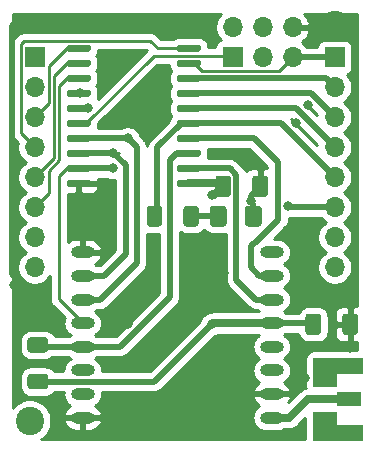
<source format=gtl>
%TF.GenerationSoftware,KiCad,Pcbnew,(5.1.10)-1*%
%TF.CreationDate,2021-12-27T13:21:27+01:00*%
%TF.ProjectId,LORA_ATTINY_v3,4c4f5241-5f41-4545-9449-4e595f76332e,rev?*%
%TF.SameCoordinates,Original*%
%TF.FileFunction,Copper,L1,Top*%
%TF.FilePolarity,Positive*%
%FSLAX46Y46*%
G04 Gerber Fmt 4.6, Leading zero omitted, Abs format (unit mm)*
G04 Created by KiCad (PCBNEW (5.1.10)-1) date 2021-12-27 13:21:27*
%MOMM*%
%LPD*%
G01*
G04 APERTURE LIST*
%TA.AperFunction,SMDPad,CuDef*%
%ADD10C,0.100000*%
%TD*%
%TA.AperFunction,ComponentPad*%
%ADD11R,2.100000X1.200000*%
%TD*%
%TA.AperFunction,ComponentPad*%
%ADD12R,1.700000X1.700000*%
%TD*%
%TA.AperFunction,ComponentPad*%
%ADD13O,1.700000X1.700000*%
%TD*%
%TA.AperFunction,SMDPad,CuDef*%
%ADD14O,2.000000X1.000000*%
%TD*%
%TA.AperFunction,ViaPad*%
%ADD15C,2.400000*%
%TD*%
%TA.AperFunction,ViaPad*%
%ADD16C,0.800000*%
%TD*%
%TA.AperFunction,Conductor*%
%ADD17C,0.800000*%
%TD*%
%TA.AperFunction,Conductor*%
%ADD18C,0.700000*%
%TD*%
%TA.AperFunction,Conductor*%
%ADD19C,0.500000*%
%TD*%
%TA.AperFunction,Conductor*%
%ADD20C,0.250000*%
%TD*%
%TA.AperFunction,Conductor*%
%ADD21C,0.254000*%
%TD*%
%TA.AperFunction,Conductor*%
%ADD22C,0.100000*%
%TD*%
G04 APERTURE END LIST*
%TA.AperFunction,SMDPad,CuDef*%
D10*
%TO.P,ANT1,2*%
%TO.N,GND*%
G36*
X83973800Y-75728280D02*
G01*
X83973800Y-76828280D01*
X86173800Y-76828280D01*
X86173800Y-78178280D01*
X81973800Y-78178280D01*
X81973800Y-75728280D01*
X83973800Y-75728280D01*
G37*
%TD.AperFunction*%
%TA.AperFunction,SMDPad,CuDef*%
G36*
X86173800Y-71176600D02*
G01*
X86173800Y-72526600D01*
X83973800Y-72526600D01*
X83973800Y-73626600D01*
X81973800Y-73626600D01*
X81973800Y-71176600D01*
X86173800Y-71176600D01*
G37*
%TD.AperFunction*%
D11*
%TO.P,ANT1,1*%
%TO.N,Net-(ANT1-Pad1)*%
X85064600Y-74676000D03*
%TD*%
%TO.P,C1,1*%
%TO.N,+3V3*%
%TA.AperFunction,SMDPad,CuDef*%
G36*
G01*
X73721000Y-57292003D02*
X73721000Y-55991997D01*
G75*
G02*
X73970997Y-55742000I249997J0D01*
G01*
X74796003Y-55742000D01*
G75*
G02*
X75046000Y-55991997I0J-249997D01*
G01*
X75046000Y-57292003D01*
G75*
G02*
X74796003Y-57542000I-249997J0D01*
G01*
X73970997Y-57542000D01*
G75*
G02*
X73721000Y-57292003I0J249997D01*
G01*
G37*
%TD.AperFunction*%
%TO.P,C1,2*%
%TO.N,GND*%
%TA.AperFunction,SMDPad,CuDef*%
G36*
G01*
X76846000Y-57292003D02*
X76846000Y-55991997D01*
G75*
G02*
X77095997Y-55742000I249997J0D01*
G01*
X77921003Y-55742000D01*
G75*
G02*
X78171000Y-55991997I0J-249997D01*
G01*
X78171000Y-57292003D01*
G75*
G02*
X77921003Y-57542000I-249997J0D01*
G01*
X77095997Y-57542000D01*
G75*
G02*
X76846000Y-57292003I0J249997D01*
G01*
G37*
%TD.AperFunction*%
%TD*%
%TO.P,C2,2*%
%TO.N,GND*%
%TA.AperFunction,SMDPad,CuDef*%
G36*
G01*
X84466000Y-68976003D02*
X84466000Y-67675997D01*
G75*
G02*
X84715997Y-67426000I249997J0D01*
G01*
X85541003Y-67426000D01*
G75*
G02*
X85791000Y-67675997I0J-249997D01*
G01*
X85791000Y-68976003D01*
G75*
G02*
X85541003Y-69226000I-249997J0D01*
G01*
X84715997Y-69226000D01*
G75*
G02*
X84466000Y-68976003I0J249997D01*
G01*
G37*
%TD.AperFunction*%
%TO.P,C2,1*%
%TO.N,+3V3*%
%TA.AperFunction,SMDPad,CuDef*%
G36*
G01*
X81341000Y-68976003D02*
X81341000Y-67675997D01*
G75*
G02*
X81590997Y-67426000I249997J0D01*
G01*
X82416003Y-67426000D01*
G75*
G02*
X82666000Y-67675997I0J-249997D01*
G01*
X82666000Y-68976003D01*
G75*
G02*
X82416003Y-69226000I-249997J0D01*
G01*
X81590997Y-69226000D01*
G75*
G02*
X81341000Y-68976003I0J249997D01*
G01*
G37*
%TD.AperFunction*%
%TD*%
%TO.P,D1,1*%
%TO.N,GND*%
%TA.AperFunction,SMDPad,CuDef*%
G36*
G01*
X77638000Y-58557000D02*
X77638000Y-59807000D01*
G75*
G02*
X77388000Y-60057000I-250000J0D01*
G01*
X76463000Y-60057000D01*
G75*
G02*
X76213000Y-59807000I0J250000D01*
G01*
X76213000Y-58557000D01*
G75*
G02*
X76463000Y-58307000I250000J0D01*
G01*
X77388000Y-58307000D01*
G75*
G02*
X77638000Y-58557000I0J-250000D01*
G01*
G37*
%TD.AperFunction*%
%TO.P,D1,2*%
%TO.N,Net-(D1-Pad2)*%
%TA.AperFunction,SMDPad,CuDef*%
G36*
G01*
X74663000Y-58557000D02*
X74663000Y-59807000D01*
G75*
G02*
X74413000Y-60057000I-250000J0D01*
G01*
X73488000Y-60057000D01*
G75*
G02*
X73238000Y-59807000I0J250000D01*
G01*
X73238000Y-58557000D01*
G75*
G02*
X73488000Y-58307000I250000J0D01*
G01*
X74413000Y-58307000D01*
G75*
G02*
X74663000Y-58557000I0J-250000D01*
G01*
G37*
%TD.AperFunction*%
%TD*%
D12*
%TO.P,J1,1*%
%TO.N,+3V3*%
X58420000Y-45720000D03*
D13*
%TO.P,J1,2*%
%TO.N,GND*%
X58420000Y-48260000D03*
%TO.P,J1,3*%
%TO.N,PB0*%
X58420000Y-50800000D03*
%TO.P,J1,4*%
%TO.N,PB1*%
X58420000Y-53340000D03*
%TO.P,J1,5*%
%TO.N,PC0*%
X58420000Y-55880000D03*
%TO.P,J1,6*%
%TO.N,PC1*%
X58420000Y-58420000D03*
%TO.P,J1,7*%
%TO.N,PC2*%
X58420000Y-60960000D03*
%TO.P,J1,8*%
%TO.N,PC3*%
X58420000Y-63500000D03*
%TD*%
%TO.P,J2,8*%
%TO.N,SCK*%
X83820000Y-63500000D03*
%TO.P,J2,7*%
%TO.N,MOSI*%
X83820000Y-60960000D03*
%TO.P,J2,6*%
%TO.N,MISO*%
X83820000Y-58420000D03*
%TO.P,J2,5*%
%TO.N,PA7*%
X83820000Y-55880000D03*
%TO.P,J2,4*%
%TO.N,PB5*%
X83820000Y-53340000D03*
%TO.P,J2,3*%
%TO.N,PB4*%
X83820000Y-50800000D03*
%TO.P,J2,2*%
%TO.N,PB3*%
X83820000Y-48260000D03*
D12*
%TO.P,J2,1*%
%TO.N,PB2*%
X83820000Y-45720000D03*
%TD*%
%TO.P,UPDI,1*%
%TO.N,RST*%
X75170000Y-45720000D03*
D13*
%TO.P,UPDI,2*%
%TO.N,+3V3*%
X75170000Y-43180000D03*
%TO.P,UPDI,3*%
%TO.N,Net-(PRG1-Pad3)*%
X77710000Y-45720000D03*
%TO.P,UPDI,4*%
%TO.N,PB3*%
X77710000Y-43180000D03*
%TO.P,UPDI,5*%
%TO.N,PB2*%
X80250000Y-45720000D03*
%TO.P,UPDI,6*%
%TO.N,GND*%
X80250000Y-43180000D03*
%TD*%
%TO.P,R1,2*%
%TO.N,PA7*%
%TA.AperFunction,SMDPad,CuDef*%
G36*
G01*
X69204000Y-58556999D02*
X69204000Y-59807001D01*
G75*
G02*
X68954001Y-60057000I-249999J0D01*
G01*
X68153999Y-60057000D01*
G75*
G02*
X67904000Y-59807001I0J249999D01*
G01*
X67904000Y-58556999D01*
G75*
G02*
X68153999Y-58307000I249999J0D01*
G01*
X68954001Y-58307000D01*
G75*
G02*
X69204000Y-58556999I0J-249999D01*
G01*
G37*
%TD.AperFunction*%
%TO.P,R1,1*%
%TO.N,Net-(D1-Pad2)*%
%TA.AperFunction,SMDPad,CuDef*%
G36*
G01*
X72304000Y-58556999D02*
X72304000Y-59807001D01*
G75*
G02*
X72054001Y-60057000I-249999J0D01*
G01*
X71253999Y-60057000D01*
G75*
G02*
X71004000Y-59807001I0J249999D01*
G01*
X71004000Y-58556999D01*
G75*
G02*
X71253999Y-58307000I249999J0D01*
G01*
X72054001Y-58307000D01*
G75*
G02*
X72304000Y-58556999I0J-249999D01*
G01*
G37*
%TD.AperFunction*%
%TD*%
%TO.P,R2,1*%
%TO.N,NSS*%
%TA.AperFunction,SMDPad,CuDef*%
G36*
G01*
X58048999Y-69428000D02*
X59299001Y-69428000D01*
G75*
G02*
X59549000Y-69677999I0J-249999D01*
G01*
X59549000Y-70478001D01*
G75*
G02*
X59299001Y-70728000I-249999J0D01*
G01*
X58048999Y-70728000D01*
G75*
G02*
X57799000Y-70478001I0J249999D01*
G01*
X57799000Y-69677999D01*
G75*
G02*
X58048999Y-69428000I249999J0D01*
G01*
G37*
%TD.AperFunction*%
%TO.P,R2,2*%
%TO.N,+3V3*%
%TA.AperFunction,SMDPad,CuDef*%
G36*
G01*
X58048999Y-72528000D02*
X59299001Y-72528000D01*
G75*
G02*
X59549000Y-72777999I0J-249999D01*
G01*
X59549000Y-73578001D01*
G75*
G02*
X59299001Y-73828000I-249999J0D01*
G01*
X58048999Y-73828000D01*
G75*
G02*
X57799000Y-73578001I0J249999D01*
G01*
X57799000Y-72777999D01*
G75*
G02*
X58048999Y-72528000I249999J0D01*
G01*
G37*
%TD.AperFunction*%
%TD*%
D14*
%TO.P,RFM95,1*%
%TO.N,GND*%
X62484000Y-62230000D03*
%TO.P,RFM95,2*%
%TO.N,MISO*%
X62484000Y-64230000D03*
%TO.P,RFM95,3*%
%TO.N,MOSI*%
X62484000Y-66230000D03*
%TO.P,RFM95,4*%
%TO.N,SCK*%
X62484000Y-68230000D03*
%TO.P,RFM95,5*%
%TO.N,NSS*%
X62484000Y-70230000D03*
%TO.P,RFM95,6*%
%TO.N,Net-(RFM95-Pad6)*%
X62484000Y-72230000D03*
%TO.P,RFM95,7*%
%TO.N,Net-(RFM95-Pad7)*%
X62484000Y-74230000D03*
%TO.P,RFM95,8*%
%TO.N,GND*%
X62484000Y-76230000D03*
%TO.P,RFM95,9*%
%TO.N,Net-(ANT1-Pad1)*%
X78484000Y-76230000D03*
%TO.P,RFM95,10*%
%TO.N,GND*%
X78484000Y-74230000D03*
%TO.P,RFM95,11*%
%TO.N,Net-(RFM95-Pad11)*%
X78484000Y-72230000D03*
%TO.P,RFM95,12*%
%TO.N,Net-(RFM95-Pad12)*%
X78484000Y-70230000D03*
%TO.P,RFM95,13*%
%TO.N,+3V3*%
X78484000Y-68230000D03*
%TO.P,RFM95,14*%
%TO.N,DIO0*%
X78484000Y-66230000D03*
%TO.P,RFM95,15*%
%TO.N,DIO1*%
X78484000Y-64230000D03*
%TO.P,RFM95,16*%
%TO.N,Net-(RFM95-Pad16)*%
X78484000Y-62230000D03*
%TD*%
%TO.P,ATTiny 3216,1*%
%TO.N,+3V3*%
%TA.AperFunction,SMDPad,CuDef*%
G36*
G01*
X72477000Y-56238000D02*
X72477000Y-56538000D01*
G75*
G02*
X72327000Y-56688000I-150000J0D01*
G01*
X70577000Y-56688000D01*
G75*
G02*
X70427000Y-56538000I0J150000D01*
G01*
X70427000Y-56238000D01*
G75*
G02*
X70577000Y-56088000I150000J0D01*
G01*
X72327000Y-56088000D01*
G75*
G02*
X72477000Y-56238000I0J-150000D01*
G01*
G37*
%TD.AperFunction*%
%TO.P,ATTiny 3216,2*%
%TO.N,DIO0*%
%TA.AperFunction,SMDPad,CuDef*%
G36*
G01*
X72477000Y-54968000D02*
X72477000Y-55268000D01*
G75*
G02*
X72327000Y-55418000I-150000J0D01*
G01*
X70577000Y-55418000D01*
G75*
G02*
X70427000Y-55268000I0J150000D01*
G01*
X70427000Y-54968000D01*
G75*
G02*
X70577000Y-54818000I150000J0D01*
G01*
X72327000Y-54818000D01*
G75*
G02*
X72477000Y-54968000I0J-150000D01*
G01*
G37*
%TD.AperFunction*%
%TO.P,ATTiny 3216,3*%
%TO.N,NSS*%
%TA.AperFunction,SMDPad,CuDef*%
G36*
G01*
X72477000Y-53698000D02*
X72477000Y-53998000D01*
G75*
G02*
X72327000Y-54148000I-150000J0D01*
G01*
X70577000Y-54148000D01*
G75*
G02*
X70427000Y-53998000I0J150000D01*
G01*
X70427000Y-53698000D01*
G75*
G02*
X70577000Y-53548000I150000J0D01*
G01*
X72327000Y-53548000D01*
G75*
G02*
X72477000Y-53698000I0J-150000D01*
G01*
G37*
%TD.AperFunction*%
%TO.P,ATTiny 3216,4*%
%TO.N,DIO1*%
%TA.AperFunction,SMDPad,CuDef*%
G36*
G01*
X72477000Y-52428000D02*
X72477000Y-52728000D01*
G75*
G02*
X72327000Y-52878000I-150000J0D01*
G01*
X70577000Y-52878000D01*
G75*
G02*
X70427000Y-52728000I0J150000D01*
G01*
X70427000Y-52428000D01*
G75*
G02*
X70577000Y-52278000I150000J0D01*
G01*
X72327000Y-52278000D01*
G75*
G02*
X72477000Y-52428000I0J-150000D01*
G01*
G37*
%TD.AperFunction*%
%TO.P,ATTiny 3216,5*%
%TO.N,PA7*%
%TA.AperFunction,SMDPad,CuDef*%
G36*
G01*
X72477000Y-51158000D02*
X72477000Y-51458000D01*
G75*
G02*
X72327000Y-51608000I-150000J0D01*
G01*
X70577000Y-51608000D01*
G75*
G02*
X70427000Y-51458000I0J150000D01*
G01*
X70427000Y-51158000D01*
G75*
G02*
X70577000Y-51008000I150000J0D01*
G01*
X72327000Y-51008000D01*
G75*
G02*
X72477000Y-51158000I0J-150000D01*
G01*
G37*
%TD.AperFunction*%
%TO.P,ATTiny 3216,6*%
%TO.N,PB5*%
%TA.AperFunction,SMDPad,CuDef*%
G36*
G01*
X72477000Y-49888000D02*
X72477000Y-50188000D01*
G75*
G02*
X72327000Y-50338000I-150000J0D01*
G01*
X70577000Y-50338000D01*
G75*
G02*
X70427000Y-50188000I0J150000D01*
G01*
X70427000Y-49888000D01*
G75*
G02*
X70577000Y-49738000I150000J0D01*
G01*
X72327000Y-49738000D01*
G75*
G02*
X72477000Y-49888000I0J-150000D01*
G01*
G37*
%TD.AperFunction*%
%TO.P,ATTiny 3216,7*%
%TO.N,PB4*%
%TA.AperFunction,SMDPad,CuDef*%
G36*
G01*
X72477000Y-48618000D02*
X72477000Y-48918000D01*
G75*
G02*
X72327000Y-49068000I-150000J0D01*
G01*
X70577000Y-49068000D01*
G75*
G02*
X70427000Y-48918000I0J150000D01*
G01*
X70427000Y-48618000D01*
G75*
G02*
X70577000Y-48468000I150000J0D01*
G01*
X72327000Y-48468000D01*
G75*
G02*
X72477000Y-48618000I0J-150000D01*
G01*
G37*
%TD.AperFunction*%
%TO.P,ATTiny 3216,8*%
%TO.N,PB3*%
%TA.AperFunction,SMDPad,CuDef*%
G36*
G01*
X72477000Y-47348000D02*
X72477000Y-47648000D01*
G75*
G02*
X72327000Y-47798000I-150000J0D01*
G01*
X70577000Y-47798000D01*
G75*
G02*
X70427000Y-47648000I0J150000D01*
G01*
X70427000Y-47348000D01*
G75*
G02*
X70577000Y-47198000I150000J0D01*
G01*
X72327000Y-47198000D01*
G75*
G02*
X72477000Y-47348000I0J-150000D01*
G01*
G37*
%TD.AperFunction*%
%TO.P,ATTiny 3216,9*%
%TO.N,PB2*%
%TA.AperFunction,SMDPad,CuDef*%
G36*
G01*
X72477000Y-46078000D02*
X72477000Y-46378000D01*
G75*
G02*
X72327000Y-46528000I-150000J0D01*
G01*
X70577000Y-46528000D01*
G75*
G02*
X70427000Y-46378000I0J150000D01*
G01*
X70427000Y-46078000D01*
G75*
G02*
X70577000Y-45928000I150000J0D01*
G01*
X72327000Y-45928000D01*
G75*
G02*
X72477000Y-46078000I0J-150000D01*
G01*
G37*
%TD.AperFunction*%
%TO.P,ATTiny 3216,10*%
%TO.N,PB1*%
%TA.AperFunction,SMDPad,CuDef*%
G36*
G01*
X72477000Y-44808000D02*
X72477000Y-45108000D01*
G75*
G02*
X72327000Y-45258000I-150000J0D01*
G01*
X70577000Y-45258000D01*
G75*
G02*
X70427000Y-45108000I0J150000D01*
G01*
X70427000Y-44808000D01*
G75*
G02*
X70577000Y-44658000I150000J0D01*
G01*
X72327000Y-44658000D01*
G75*
G02*
X72477000Y-44808000I0J-150000D01*
G01*
G37*
%TD.AperFunction*%
%TO.P,ATTiny 3216,11*%
%TO.N,PB0*%
%TA.AperFunction,SMDPad,CuDef*%
G36*
G01*
X63177000Y-44808000D02*
X63177000Y-45108000D01*
G75*
G02*
X63027000Y-45258000I-150000J0D01*
G01*
X61277000Y-45258000D01*
G75*
G02*
X61127000Y-45108000I0J150000D01*
G01*
X61127000Y-44808000D01*
G75*
G02*
X61277000Y-44658000I150000J0D01*
G01*
X63027000Y-44658000D01*
G75*
G02*
X63177000Y-44808000I0J-150000D01*
G01*
G37*
%TD.AperFunction*%
%TO.P,ATTiny 3216,12*%
%TO.N,PC0*%
%TA.AperFunction,SMDPad,CuDef*%
G36*
G01*
X63177000Y-46078000D02*
X63177000Y-46378000D01*
G75*
G02*
X63027000Y-46528000I-150000J0D01*
G01*
X61277000Y-46528000D01*
G75*
G02*
X61127000Y-46378000I0J150000D01*
G01*
X61127000Y-46078000D01*
G75*
G02*
X61277000Y-45928000I150000J0D01*
G01*
X63027000Y-45928000D01*
G75*
G02*
X63177000Y-46078000I0J-150000D01*
G01*
G37*
%TD.AperFunction*%
%TO.P,ATTiny 3216,13*%
%TO.N,PC1*%
%TA.AperFunction,SMDPad,CuDef*%
G36*
G01*
X63177000Y-47348000D02*
X63177000Y-47648000D01*
G75*
G02*
X63027000Y-47798000I-150000J0D01*
G01*
X61277000Y-47798000D01*
G75*
G02*
X61127000Y-47648000I0J150000D01*
G01*
X61127000Y-47348000D01*
G75*
G02*
X61277000Y-47198000I150000J0D01*
G01*
X63027000Y-47198000D01*
G75*
G02*
X63177000Y-47348000I0J-150000D01*
G01*
G37*
%TD.AperFunction*%
%TO.P,ATTiny 3216,14*%
%TO.N,PC2*%
%TA.AperFunction,SMDPad,CuDef*%
G36*
G01*
X63177000Y-48618000D02*
X63177000Y-48918000D01*
G75*
G02*
X63027000Y-49068000I-150000J0D01*
G01*
X61277000Y-49068000D01*
G75*
G02*
X61127000Y-48918000I0J150000D01*
G01*
X61127000Y-48618000D01*
G75*
G02*
X61277000Y-48468000I150000J0D01*
G01*
X63027000Y-48468000D01*
G75*
G02*
X63177000Y-48618000I0J-150000D01*
G01*
G37*
%TD.AperFunction*%
%TO.P,ATTiny 3216,15*%
%TO.N,PC3*%
%TA.AperFunction,SMDPad,CuDef*%
G36*
G01*
X63177000Y-49888000D02*
X63177000Y-50188000D01*
G75*
G02*
X63027000Y-50338000I-150000J0D01*
G01*
X61277000Y-50338000D01*
G75*
G02*
X61127000Y-50188000I0J150000D01*
G01*
X61127000Y-49888000D01*
G75*
G02*
X61277000Y-49738000I150000J0D01*
G01*
X63027000Y-49738000D01*
G75*
G02*
X63177000Y-49888000I0J-150000D01*
G01*
G37*
%TD.AperFunction*%
%TO.P,ATTiny 3216,16*%
%TO.N,RST*%
%TA.AperFunction,SMDPad,CuDef*%
G36*
G01*
X63177000Y-51158000D02*
X63177000Y-51458000D01*
G75*
G02*
X63027000Y-51608000I-150000J0D01*
G01*
X61277000Y-51608000D01*
G75*
G02*
X61127000Y-51458000I0J150000D01*
G01*
X61127000Y-51158000D01*
G75*
G02*
X61277000Y-51008000I150000J0D01*
G01*
X63027000Y-51008000D01*
G75*
G02*
X63177000Y-51158000I0J-150000D01*
G01*
G37*
%TD.AperFunction*%
%TO.P,ATTiny 3216,17*%
%TO.N,MOSI*%
%TA.AperFunction,SMDPad,CuDef*%
G36*
G01*
X63177000Y-52428000D02*
X63177000Y-52728000D01*
G75*
G02*
X63027000Y-52878000I-150000J0D01*
G01*
X61277000Y-52878000D01*
G75*
G02*
X61127000Y-52728000I0J150000D01*
G01*
X61127000Y-52428000D01*
G75*
G02*
X61277000Y-52278000I150000J0D01*
G01*
X63027000Y-52278000D01*
G75*
G02*
X63177000Y-52428000I0J-150000D01*
G01*
G37*
%TD.AperFunction*%
%TO.P,ATTiny 3216,18*%
%TO.N,MISO*%
%TA.AperFunction,SMDPad,CuDef*%
G36*
G01*
X63177000Y-53698000D02*
X63177000Y-53998000D01*
G75*
G02*
X63027000Y-54148000I-150000J0D01*
G01*
X61277000Y-54148000D01*
G75*
G02*
X61127000Y-53998000I0J150000D01*
G01*
X61127000Y-53698000D01*
G75*
G02*
X61277000Y-53548000I150000J0D01*
G01*
X63027000Y-53548000D01*
G75*
G02*
X63177000Y-53698000I0J-150000D01*
G01*
G37*
%TD.AperFunction*%
%TO.P,ATTiny 3216,19*%
%TO.N,SCK*%
%TA.AperFunction,SMDPad,CuDef*%
G36*
G01*
X63177000Y-54968000D02*
X63177000Y-55268000D01*
G75*
G02*
X63027000Y-55418000I-150000J0D01*
G01*
X61277000Y-55418000D01*
G75*
G02*
X61127000Y-55268000I0J150000D01*
G01*
X61127000Y-54968000D01*
G75*
G02*
X61277000Y-54818000I150000J0D01*
G01*
X63027000Y-54818000D01*
G75*
G02*
X63177000Y-54968000I0J-150000D01*
G01*
G37*
%TD.AperFunction*%
%TO.P,ATTiny 3216,20*%
%TO.N,GND*%
%TA.AperFunction,SMDPad,CuDef*%
G36*
G01*
X63177000Y-56238000D02*
X63177000Y-56538000D01*
G75*
G02*
X63027000Y-56688000I-150000J0D01*
G01*
X61277000Y-56688000D01*
G75*
G02*
X61127000Y-56538000I0J150000D01*
G01*
X61127000Y-56238000D01*
G75*
G02*
X61277000Y-56088000I150000J0D01*
G01*
X63027000Y-56088000D01*
G75*
G02*
X63177000Y-56238000I0J-150000D01*
G01*
G37*
%TD.AperFunction*%
%TD*%
D15*
%TO.N,*%
X58000000Y-76500000D03*
%TO.N,GND*%
X83820000Y-42950000D03*
D16*
X80518000Y-73914000D03*
X81280000Y-72898000D03*
X80772000Y-77724000D03*
X79502000Y-77724000D03*
X78232000Y-77724000D03*
X76962000Y-77724000D03*
X76200000Y-76962000D03*
X76200000Y-75946000D03*
X76200000Y-74930000D03*
X83058000Y-73152000D03*
X82804000Y-77724000D03*
X85090000Y-70358000D03*
X76200000Y-73914000D03*
X62484000Y-60452000D03*
X56896000Y-42672000D03*
X68072000Y-48514000D03*
X56642000Y-65024000D03*
X66294000Y-68326000D03*
X65532000Y-45720000D03*
X74422000Y-64008000D03*
X65278000Y-71882000D03*
X76708000Y-57912000D03*
X81534000Y-49784000D03*
X80518000Y-51308000D03*
X61722000Y-58166000D03*
X73406000Y-44196000D03*
%TO.N,+3V3*%
X73406000Y-68326000D03*
X73406000Y-57404000D03*
%TO.N,PC2*%
X62230000Y-48768000D03*
%TO.N,PC3*%
X62955000Y-50038000D03*
%TO.N,SCK*%
X65024000Y-55118000D03*
%TO.N,MOSI*%
X66294000Y-52578000D03*
%TO.N,MISO*%
X79883000Y-58293000D03*
X65024000Y-53848000D03*
%TD*%
D17*
%TO.N,Net-(ANT1-Pad1)*%
X78484000Y-76230000D02*
X78984000Y-76230000D01*
D18*
X79980000Y-76230000D02*
X78484000Y-76230000D01*
X81534000Y-74676000D02*
X79980000Y-76230000D01*
X85064600Y-74676000D02*
X81534000Y-74676000D01*
D19*
%TO.N,GND*%
X56496001Y-64030665D02*
X56496001Y-43071999D01*
X56496001Y-43071999D02*
X56896000Y-42672000D01*
X58419980Y-65954644D02*
X56496001Y-64030665D01*
X58419980Y-68420926D02*
X58419980Y-65954644D01*
X57970010Y-67970956D02*
X58419980Y-68420926D01*
X57970010Y-65786325D02*
X57970010Y-67970956D01*
X57207685Y-65024000D02*
X57970010Y-65786325D01*
X56642000Y-65024000D02*
X57207685Y-65024000D01*
X76925500Y-58129500D02*
X76708000Y-57912000D01*
X76925500Y-59182000D02*
X76925500Y-58129500D01*
X76708000Y-57442500D02*
X77508500Y-56642000D01*
X76708000Y-57912000D02*
X76708000Y-57442500D01*
D20*
%TO.N,+3V3*%
X74383500Y-56388000D02*
X74422000Y-56426500D01*
D19*
X71490500Y-56426500D02*
X71452000Y-56388000D01*
X81907500Y-68230000D02*
X82003500Y-68326000D01*
X78484000Y-68230000D02*
X81907500Y-68230000D01*
D18*
X73502000Y-68230000D02*
X73406000Y-68326000D01*
X78484000Y-68230000D02*
X73502000Y-68230000D01*
D19*
X68551990Y-73180010D02*
X73406000Y-68326000D01*
X60940956Y-73180010D02*
X68551990Y-73180010D01*
X58676010Y-73180010D02*
X58674000Y-73178000D01*
X60940956Y-73180010D02*
X58676010Y-73180010D01*
D18*
X74129500Y-56388000D02*
X74383500Y-56642000D01*
X71452000Y-56388000D02*
X74129500Y-56388000D01*
X73621500Y-57404000D02*
X74383500Y-56642000D01*
X73406000Y-57404000D02*
X73621500Y-57404000D01*
D19*
%TO.N,Net-(D1-Pad2)*%
X73950500Y-59182000D02*
X71908000Y-59182000D01*
D20*
%TO.N,PB0*%
X59595001Y-49624999D02*
X58420000Y-50800000D01*
X61127000Y-44958000D02*
X59595001Y-46489999D01*
X59595001Y-46489999D02*
X59595001Y-49624999D01*
X62152000Y-44958000D02*
X61127000Y-44958000D01*
%TO.N,PB1*%
X57244999Y-52164999D02*
X58420000Y-53340000D01*
X57244999Y-44609999D02*
X57244999Y-52164999D01*
X57522008Y-44332990D02*
X57244999Y-44609999D01*
X68834000Y-44958000D02*
X68208990Y-44332990D01*
X71452000Y-44958000D02*
X68834000Y-44958000D01*
X68208990Y-44332990D02*
X57522008Y-44332990D01*
%TO.N,PC0*%
X60045011Y-54254989D02*
X58420000Y-55880000D01*
X60045011Y-47309989D02*
X60045011Y-54254989D01*
X61127000Y-46228000D02*
X60045011Y-47309989D01*
X62152000Y-46228000D02*
X61127000Y-46228000D01*
%TO.N,PC1*%
X61127000Y-47498000D02*
X60495021Y-48129979D01*
X62152000Y-47498000D02*
X61127000Y-47498000D01*
X60495021Y-54441389D02*
X60495021Y-48129979D01*
X59595001Y-57244999D02*
X59595001Y-55341409D01*
X59595001Y-55341409D02*
X60495021Y-54441389D01*
X58420000Y-58420000D02*
X59595001Y-57244999D01*
%TO.N,PC2*%
X62152000Y-48768000D02*
X62230000Y-48768000D01*
%TO.N,PC3*%
X62152000Y-50038000D02*
X62955000Y-50038000D01*
%TO.N,SCK*%
X60452000Y-55793000D02*
X60452000Y-57658000D01*
X62152000Y-55118000D02*
X61127000Y-55118000D01*
X61127000Y-55118000D02*
X60452000Y-55793000D01*
X60452000Y-57658000D02*
X60452000Y-57404000D01*
X60452000Y-64735810D02*
X60452000Y-57658000D01*
D19*
X62152000Y-55118000D02*
X65024000Y-55118000D01*
D20*
X60452000Y-66198000D02*
X60452000Y-64735810D01*
X62484000Y-68230000D02*
X60452000Y-66198000D01*
%TO.N,MOSI*%
X62152000Y-52578000D02*
X64389000Y-52578000D01*
X64389000Y-52578000D02*
X66168410Y-52578000D01*
D19*
X63984000Y-66230000D02*
X67056000Y-63158000D01*
X62484000Y-66230000D02*
X63984000Y-66230000D01*
X67056000Y-53340000D02*
X66294000Y-52578000D01*
X67056000Y-63158000D02*
X67056000Y-53340000D01*
X66294000Y-52578000D02*
X62152000Y-52578000D01*
D20*
%TO.N,MISO*%
X64389000Y-53848000D02*
X62152000Y-53848000D01*
X62152000Y-53848000D02*
X65532000Y-53848000D01*
D19*
X62152000Y-53848000D02*
X65024000Y-53848000D01*
X80010000Y-58420000D02*
X79883000Y-58293000D01*
X83820000Y-58420000D02*
X80010000Y-58420000D01*
X65075186Y-53848000D02*
X65024000Y-53848000D01*
X66107010Y-54879824D02*
X65075186Y-53848000D01*
X66107010Y-62416990D02*
X66107010Y-54879824D01*
X64294000Y-64230000D02*
X66107010Y-62416990D01*
X62484000Y-64230000D02*
X64294000Y-64230000D01*
D20*
%TO.N,PA7*%
X70725260Y-51308000D02*
X71452000Y-51308000D01*
D19*
X70848456Y-51308000D02*
X71452000Y-51308000D01*
X68808000Y-53348456D02*
X70848456Y-51308000D01*
X68808000Y-59182000D02*
X68808000Y-53348456D01*
X79248000Y-51308000D02*
X83820000Y-55880000D01*
X71452000Y-51308000D02*
X79248000Y-51308000D01*
%TO.N,PB5*%
X80518000Y-50038000D02*
X71452000Y-50038000D01*
X83820000Y-53340000D02*
X80518000Y-50038000D01*
%TO.N,PB4*%
X81788000Y-48768000D02*
X83820000Y-50800000D01*
X71452000Y-48768000D02*
X81788000Y-48768000D01*
%TO.N,PB3*%
X83058000Y-47498000D02*
X83820000Y-48260000D01*
X71452000Y-47498000D02*
X83058000Y-47498000D01*
%TO.N,PB2*%
X83820000Y-45720000D02*
X80010000Y-45720000D01*
D20*
X72545769Y-46895001D02*
X71878768Y-46228000D01*
X79088999Y-46895001D02*
X72545769Y-46895001D01*
X71878768Y-46228000D02*
X71452000Y-46228000D01*
X80264000Y-45720000D02*
X79088999Y-46895001D01*
%TO.N,RST*%
X62758002Y-51308000D02*
X62152000Y-51308000D01*
X68482992Y-45583010D02*
X62758002Y-51308000D01*
X75047010Y-45583010D02*
X75184000Y-45720000D01*
X72507010Y-45583010D02*
X72272990Y-45583010D01*
X72272990Y-45583010D02*
X75047010Y-45583010D01*
X72272990Y-45583010D02*
X68482992Y-45583010D01*
%TO.N,NSS*%
X71452000Y-53848000D02*
X70485000Y-53848000D01*
X69976990Y-54298010D02*
X70427000Y-53848000D01*
D19*
X62484000Y-70230000D02*
X65648002Y-70230000D01*
X70848456Y-53848000D02*
X71452000Y-53848000D01*
X69851990Y-55356176D02*
X69851990Y-54844466D01*
X58826000Y-70230000D02*
X58674000Y-70078000D01*
X62484000Y-70230000D02*
X58826000Y-70230000D01*
X69851990Y-54423010D02*
X69851990Y-54844466D01*
X70427000Y-53848000D02*
X69851990Y-54423010D01*
X71452000Y-53848000D02*
X70427000Y-53848000D01*
X69851990Y-54844466D02*
X69851990Y-66026012D01*
X69851990Y-66026012D02*
X68701001Y-67177001D01*
X68701001Y-67177001D02*
X68955001Y-66923001D01*
X65648002Y-70230000D02*
X68701001Y-67177001D01*
%TO.N,DIO0*%
X75496010Y-64574010D02*
X77152000Y-66230000D01*
X75496010Y-55702042D02*
X75496010Y-64574010D01*
X77152000Y-66230000D02*
X78484000Y-66230000D01*
X74911968Y-55118000D02*
X75496010Y-55702042D01*
X71452000Y-55118000D02*
X74911968Y-55118000D01*
%TO.N,DIO1*%
X79032999Y-57233069D02*
X79032999Y-59474999D01*
X71452000Y-52578000D02*
X72055544Y-52578000D01*
X77033990Y-61474008D02*
X76955992Y-61474008D01*
X79032999Y-59474999D02*
X77033990Y-61474008D01*
X76955992Y-61474008D02*
X76708000Y-61722000D01*
X76708000Y-61722000D02*
X76708000Y-63500000D01*
X77438000Y-64230000D02*
X78484000Y-64230000D01*
X76708000Y-63500000D02*
X77438000Y-64230000D01*
X79032999Y-57233069D02*
X78994000Y-57194070D01*
X76962000Y-52578000D02*
X78994000Y-54610000D01*
X71452000Y-52578000D02*
X76962000Y-52578000D01*
X78994000Y-57194070D02*
X78994000Y-54610000D01*
%TD*%
D21*
%TO.N,GND*%
X85700000Y-43655581D02*
X85700000Y-43655582D01*
X85700001Y-66788670D01*
X85414250Y-66791000D01*
X85255500Y-66949750D01*
X85255500Y-68199000D01*
X85275500Y-68199000D01*
X85275500Y-68453000D01*
X85255500Y-68453000D01*
X85255500Y-69702250D01*
X85414250Y-69861000D01*
X85700001Y-69863330D01*
X85700001Y-70538528D01*
X81973800Y-70538528D01*
X81849318Y-70550788D01*
X81729620Y-70587098D01*
X81619306Y-70646063D01*
X81522615Y-70725415D01*
X81443263Y-70822106D01*
X81384298Y-70932420D01*
X81347988Y-71052118D01*
X81335728Y-71176600D01*
X81335728Y-73626600D01*
X81343450Y-73705002D01*
X81340906Y-73705253D01*
X81155233Y-73761576D01*
X80984116Y-73853040D01*
X80834130Y-73976130D01*
X80803289Y-74013710D01*
X79880317Y-74936683D01*
X79998276Y-74754976D01*
X80078119Y-74531874D01*
X79951954Y-74357000D01*
X78611000Y-74357000D01*
X78611000Y-74377000D01*
X78357000Y-74377000D01*
X78357000Y-74357000D01*
X77016046Y-74357000D01*
X76889881Y-74531874D01*
X76969724Y-74754976D01*
X77091631Y-74942764D01*
X77247831Y-75103161D01*
X77432322Y-75230003D01*
X77440527Y-75233530D01*
X77350377Y-75281716D01*
X77177551Y-75423551D01*
X77035716Y-75596377D01*
X76930324Y-75793553D01*
X76865423Y-76007501D01*
X76843509Y-76230000D01*
X76865423Y-76452499D01*
X76930324Y-76666447D01*
X77035716Y-76863623D01*
X77177551Y-77036449D01*
X77350377Y-77178284D01*
X77547553Y-77283676D01*
X77761501Y-77348577D01*
X77928248Y-77365000D01*
X79039752Y-77365000D01*
X79206499Y-77348577D01*
X79420447Y-77283676D01*
X79548932Y-77215000D01*
X79931620Y-77215000D01*
X79980000Y-77219765D01*
X80028380Y-77215000D01*
X80173094Y-77200747D01*
X80358767Y-77144424D01*
X80529884Y-77052960D01*
X80679870Y-76929870D01*
X80710716Y-76892285D01*
X81335728Y-76267272D01*
X81335728Y-78080000D01*
X58938276Y-78080000D01*
X59169744Y-77925338D01*
X59425338Y-77669744D01*
X59626156Y-77369199D01*
X59764482Y-77035250D01*
X59835000Y-76680732D01*
X59835000Y-76531874D01*
X60889881Y-76531874D01*
X60969724Y-76754976D01*
X61091631Y-76942764D01*
X61247831Y-77103161D01*
X61432322Y-77230003D01*
X61638013Y-77318415D01*
X61857000Y-77365000D01*
X62357000Y-77365000D01*
X62357000Y-76357000D01*
X62611000Y-76357000D01*
X62611000Y-77365000D01*
X63111000Y-77365000D01*
X63329987Y-77318415D01*
X63535678Y-77230003D01*
X63720169Y-77103161D01*
X63876369Y-76942764D01*
X63998276Y-76754976D01*
X64078119Y-76531874D01*
X63951954Y-76357000D01*
X62611000Y-76357000D01*
X62357000Y-76357000D01*
X61016046Y-76357000D01*
X60889881Y-76531874D01*
X59835000Y-76531874D01*
X59835000Y-76319268D01*
X59764482Y-75964750D01*
X59626156Y-75630801D01*
X59425338Y-75330256D01*
X59169744Y-75074662D01*
X58869199Y-74873844D01*
X58535250Y-74735518D01*
X58180732Y-74665000D01*
X57819268Y-74665000D01*
X57464750Y-74735518D01*
X57130801Y-74873844D01*
X56830256Y-75074662D01*
X56574662Y-75330256D01*
X56540000Y-75382131D01*
X56540000Y-52458268D01*
X56610025Y-52589275D01*
X56681200Y-52676001D01*
X56704999Y-52705000D01*
X56733997Y-52728798D01*
X56978791Y-52973592D01*
X56935000Y-53193740D01*
X56935000Y-53486260D01*
X56992068Y-53773158D01*
X57104010Y-54043411D01*
X57266525Y-54286632D01*
X57473368Y-54493475D01*
X57647760Y-54610000D01*
X57473368Y-54726525D01*
X57266525Y-54933368D01*
X57104010Y-55176589D01*
X56992068Y-55446842D01*
X56935000Y-55733740D01*
X56935000Y-56026260D01*
X56992068Y-56313158D01*
X57104010Y-56583411D01*
X57266525Y-56826632D01*
X57473368Y-57033475D01*
X57647760Y-57150000D01*
X57473368Y-57266525D01*
X57266525Y-57473368D01*
X57104010Y-57716589D01*
X56992068Y-57986842D01*
X56935000Y-58273740D01*
X56935000Y-58566260D01*
X56992068Y-58853158D01*
X57104010Y-59123411D01*
X57266525Y-59366632D01*
X57473368Y-59573475D01*
X57647760Y-59690000D01*
X57473368Y-59806525D01*
X57266525Y-60013368D01*
X57104010Y-60256589D01*
X56992068Y-60526842D01*
X56935000Y-60813740D01*
X56935000Y-61106260D01*
X56992068Y-61393158D01*
X57104010Y-61663411D01*
X57266525Y-61906632D01*
X57473368Y-62113475D01*
X57647760Y-62230000D01*
X57473368Y-62346525D01*
X57266525Y-62553368D01*
X57104010Y-62796589D01*
X56992068Y-63066842D01*
X56935000Y-63353740D01*
X56935000Y-63646260D01*
X56992068Y-63933158D01*
X57104010Y-64203411D01*
X57266525Y-64446632D01*
X57473368Y-64653475D01*
X57716589Y-64815990D01*
X57986842Y-64927932D01*
X58273740Y-64985000D01*
X58566260Y-64985000D01*
X58853158Y-64927932D01*
X59123411Y-64815990D01*
X59366632Y-64653475D01*
X59573475Y-64446632D01*
X59692000Y-64269247D01*
X59692000Y-64773142D01*
X59692001Y-64773152D01*
X59692000Y-66160677D01*
X59688324Y-66198000D01*
X59692000Y-66235322D01*
X59692000Y-66235332D01*
X59702997Y-66346985D01*
X59735004Y-66452499D01*
X59746454Y-66490246D01*
X59817026Y-66622276D01*
X59843742Y-66654829D01*
X59911999Y-66738001D01*
X59941003Y-66761804D01*
X60945103Y-67765904D01*
X60930324Y-67793553D01*
X60865423Y-68007501D01*
X60843509Y-68230000D01*
X60865423Y-68452499D01*
X60930324Y-68666447D01*
X61035716Y-68863623D01*
X61177551Y-69036449D01*
X61350377Y-69178284D01*
X61447132Y-69230000D01*
X61350377Y-69281716D01*
X61273265Y-69345000D01*
X60121550Y-69345000D01*
X60119472Y-69338149D01*
X60037405Y-69184613D01*
X59926962Y-69050038D01*
X59792387Y-68939595D01*
X59638851Y-68857528D01*
X59472255Y-68806992D01*
X59299001Y-68789928D01*
X58048999Y-68789928D01*
X57875745Y-68806992D01*
X57709149Y-68857528D01*
X57555613Y-68939595D01*
X57421038Y-69050038D01*
X57310595Y-69184613D01*
X57228528Y-69338149D01*
X57177992Y-69504745D01*
X57160928Y-69677999D01*
X57160928Y-70478001D01*
X57177992Y-70651255D01*
X57228528Y-70817851D01*
X57310595Y-70971387D01*
X57421038Y-71105962D01*
X57555613Y-71216405D01*
X57709149Y-71298472D01*
X57875745Y-71349008D01*
X58048999Y-71366072D01*
X59299001Y-71366072D01*
X59472255Y-71349008D01*
X59638851Y-71298472D01*
X59792387Y-71216405D01*
X59915949Y-71115000D01*
X61273265Y-71115000D01*
X61350377Y-71178284D01*
X61447132Y-71230000D01*
X61350377Y-71281716D01*
X61177551Y-71423551D01*
X61035716Y-71596377D01*
X60930324Y-71793553D01*
X60865423Y-72007501D01*
X60843509Y-72230000D01*
X60849912Y-72295010D01*
X60042962Y-72295010D01*
X60037405Y-72284613D01*
X59926962Y-72150038D01*
X59792387Y-72039595D01*
X59638851Y-71957528D01*
X59472255Y-71906992D01*
X59299001Y-71889928D01*
X58048999Y-71889928D01*
X57875745Y-71906992D01*
X57709149Y-71957528D01*
X57555613Y-72039595D01*
X57421038Y-72150038D01*
X57310595Y-72284613D01*
X57228528Y-72438149D01*
X57177992Y-72604745D01*
X57160928Y-72777999D01*
X57160928Y-73578001D01*
X57177992Y-73751255D01*
X57228528Y-73917851D01*
X57310595Y-74071387D01*
X57421038Y-74205962D01*
X57555613Y-74316405D01*
X57709149Y-74398472D01*
X57875745Y-74449008D01*
X58048999Y-74466072D01*
X59299001Y-74466072D01*
X59472255Y-74449008D01*
X59638851Y-74398472D01*
X59792387Y-74316405D01*
X59926962Y-74205962D01*
X60037405Y-74071387D01*
X60040814Y-74065010D01*
X60859759Y-74065010D01*
X60843509Y-74230000D01*
X60865423Y-74452499D01*
X60930324Y-74666447D01*
X61035716Y-74863623D01*
X61177551Y-75036449D01*
X61350377Y-75178284D01*
X61440527Y-75226470D01*
X61432322Y-75229997D01*
X61247831Y-75356839D01*
X61091631Y-75517236D01*
X60969724Y-75705024D01*
X60889881Y-75928126D01*
X61016046Y-76103000D01*
X62357000Y-76103000D01*
X62357000Y-76083000D01*
X62611000Y-76083000D01*
X62611000Y-76103000D01*
X63951954Y-76103000D01*
X64078119Y-75928126D01*
X63998276Y-75705024D01*
X63876369Y-75517236D01*
X63720169Y-75356839D01*
X63535678Y-75229997D01*
X63527473Y-75226470D01*
X63617623Y-75178284D01*
X63790449Y-75036449D01*
X63932284Y-74863623D01*
X64037676Y-74666447D01*
X64102577Y-74452499D01*
X64124491Y-74230000D01*
X64108241Y-74065010D01*
X68508521Y-74065010D01*
X68551990Y-74069291D01*
X68595459Y-74065010D01*
X68595467Y-74065010D01*
X68725480Y-74052205D01*
X68892303Y-74001599D01*
X69046049Y-73919421D01*
X69180807Y-73808827D01*
X69208524Y-73775054D01*
X73651044Y-69332535D01*
X73707898Y-69321226D01*
X73896256Y-69243205D01*
X73938468Y-69215000D01*
X77419068Y-69215000D01*
X77447132Y-69230000D01*
X77350377Y-69281716D01*
X77177551Y-69423551D01*
X77035716Y-69596377D01*
X76930324Y-69793553D01*
X76865423Y-70007501D01*
X76843509Y-70230000D01*
X76865423Y-70452499D01*
X76930324Y-70666447D01*
X77035716Y-70863623D01*
X77177551Y-71036449D01*
X77350377Y-71178284D01*
X77447132Y-71230000D01*
X77350377Y-71281716D01*
X77177551Y-71423551D01*
X77035716Y-71596377D01*
X76930324Y-71793553D01*
X76865423Y-72007501D01*
X76843509Y-72230000D01*
X76865423Y-72452499D01*
X76930324Y-72666447D01*
X77035716Y-72863623D01*
X77177551Y-73036449D01*
X77350377Y-73178284D01*
X77440527Y-73226470D01*
X77432322Y-73229997D01*
X77247831Y-73356839D01*
X77091631Y-73517236D01*
X76969724Y-73705024D01*
X76889881Y-73928126D01*
X77016046Y-74103000D01*
X78357000Y-74103000D01*
X78357000Y-74083000D01*
X78611000Y-74083000D01*
X78611000Y-74103000D01*
X79951954Y-74103000D01*
X80078119Y-73928126D01*
X79998276Y-73705024D01*
X79876369Y-73517236D01*
X79720169Y-73356839D01*
X79535678Y-73229997D01*
X79527473Y-73226470D01*
X79617623Y-73178284D01*
X79790449Y-73036449D01*
X79932284Y-72863623D01*
X80037676Y-72666447D01*
X80102577Y-72452499D01*
X80124491Y-72230000D01*
X80102577Y-72007501D01*
X80037676Y-71793553D01*
X79932284Y-71596377D01*
X79790449Y-71423551D01*
X79617623Y-71281716D01*
X79520868Y-71230000D01*
X79617623Y-71178284D01*
X79790449Y-71036449D01*
X79932284Y-70863623D01*
X80037676Y-70666447D01*
X80102577Y-70452499D01*
X80124491Y-70230000D01*
X80102577Y-70007501D01*
X80037676Y-69793553D01*
X79932284Y-69596377D01*
X79790449Y-69423551D01*
X79617623Y-69281716D01*
X79520868Y-69230000D01*
X79617623Y-69178284D01*
X79694735Y-69115000D01*
X80716618Y-69115000D01*
X80719992Y-69149257D01*
X80770528Y-69315852D01*
X80852595Y-69469388D01*
X80963037Y-69603963D01*
X81097612Y-69714405D01*
X81251148Y-69796472D01*
X81417743Y-69847008D01*
X81590997Y-69864072D01*
X82416003Y-69864072D01*
X82589257Y-69847008D01*
X82755852Y-69796472D01*
X82909388Y-69714405D01*
X83043963Y-69603963D01*
X83154405Y-69469388D01*
X83236472Y-69315852D01*
X83263728Y-69226000D01*
X83827928Y-69226000D01*
X83840188Y-69350482D01*
X83876498Y-69470180D01*
X83935463Y-69580494D01*
X84014815Y-69677185D01*
X84111506Y-69756537D01*
X84221820Y-69815502D01*
X84341518Y-69851812D01*
X84466000Y-69864072D01*
X84842750Y-69861000D01*
X85001500Y-69702250D01*
X85001500Y-68453000D01*
X83989750Y-68453000D01*
X83831000Y-68611750D01*
X83827928Y-69226000D01*
X83263728Y-69226000D01*
X83287008Y-69149257D01*
X83304072Y-68976003D01*
X83304072Y-67675997D01*
X83287008Y-67502743D01*
X83263729Y-67426000D01*
X83827928Y-67426000D01*
X83831000Y-68040250D01*
X83989750Y-68199000D01*
X85001500Y-68199000D01*
X85001500Y-66949750D01*
X84842750Y-66791000D01*
X84466000Y-66787928D01*
X84341518Y-66800188D01*
X84221820Y-66836498D01*
X84111506Y-66895463D01*
X84014815Y-66974815D01*
X83935463Y-67071506D01*
X83876498Y-67181820D01*
X83840188Y-67301518D01*
X83827928Y-67426000D01*
X83263729Y-67426000D01*
X83236472Y-67336148D01*
X83154405Y-67182612D01*
X83043963Y-67048037D01*
X82909388Y-66937595D01*
X82755852Y-66855528D01*
X82589257Y-66804992D01*
X82416003Y-66787928D01*
X81590997Y-66787928D01*
X81417743Y-66804992D01*
X81251148Y-66855528D01*
X81097612Y-66937595D01*
X80963037Y-67048037D01*
X80852595Y-67182612D01*
X80770528Y-67336148D01*
X80767843Y-67345000D01*
X79694735Y-67345000D01*
X79617623Y-67281716D01*
X79520868Y-67230000D01*
X79617623Y-67178284D01*
X79790449Y-67036449D01*
X79932284Y-66863623D01*
X80037676Y-66666447D01*
X80102577Y-66452499D01*
X80124491Y-66230000D01*
X80102577Y-66007501D01*
X80037676Y-65793553D01*
X79932284Y-65596377D01*
X79790449Y-65423551D01*
X79617623Y-65281716D01*
X79520868Y-65230000D01*
X79617623Y-65178284D01*
X79790449Y-65036449D01*
X79932284Y-64863623D01*
X80037676Y-64666447D01*
X80102577Y-64452499D01*
X80124491Y-64230000D01*
X80102577Y-64007501D01*
X80037676Y-63793553D01*
X79932284Y-63596377D01*
X79790449Y-63423551D01*
X79617623Y-63281716D01*
X79520868Y-63230000D01*
X79617623Y-63178284D01*
X79790449Y-63036449D01*
X79932284Y-62863623D01*
X80037676Y-62666447D01*
X80102577Y-62452499D01*
X80124491Y-62230000D01*
X80102577Y-62007501D01*
X80037676Y-61793553D01*
X79932284Y-61596377D01*
X79790449Y-61423551D01*
X79617623Y-61281716D01*
X79420447Y-61176324D01*
X79206499Y-61111423D01*
X79039752Y-61095000D01*
X78664577Y-61095000D01*
X79628048Y-60131529D01*
X79661816Y-60103816D01*
X79692031Y-60067000D01*
X79772410Y-59969058D01*
X79854588Y-59815313D01*
X79905194Y-59648489D01*
X79916660Y-59532068D01*
X79917999Y-59518476D01*
X79917999Y-59518468D01*
X79922280Y-59474999D01*
X79917999Y-59431530D01*
X79917999Y-59328000D01*
X79984939Y-59328000D01*
X80100569Y-59305000D01*
X82625344Y-59305000D01*
X82666525Y-59366632D01*
X82873368Y-59573475D01*
X83047760Y-59690000D01*
X82873368Y-59806525D01*
X82666525Y-60013368D01*
X82504010Y-60256589D01*
X82392068Y-60526842D01*
X82335000Y-60813740D01*
X82335000Y-61106260D01*
X82392068Y-61393158D01*
X82504010Y-61663411D01*
X82666525Y-61906632D01*
X82873368Y-62113475D01*
X83047760Y-62230000D01*
X82873368Y-62346525D01*
X82666525Y-62553368D01*
X82504010Y-62796589D01*
X82392068Y-63066842D01*
X82335000Y-63353740D01*
X82335000Y-63646260D01*
X82392068Y-63933158D01*
X82504010Y-64203411D01*
X82666525Y-64446632D01*
X82873368Y-64653475D01*
X83116589Y-64815990D01*
X83386842Y-64927932D01*
X83673740Y-64985000D01*
X83966260Y-64985000D01*
X84253158Y-64927932D01*
X84523411Y-64815990D01*
X84766632Y-64653475D01*
X84973475Y-64446632D01*
X85135990Y-64203411D01*
X85247932Y-63933158D01*
X85305000Y-63646260D01*
X85305000Y-63353740D01*
X85247932Y-63066842D01*
X85135990Y-62796589D01*
X84973475Y-62553368D01*
X84766632Y-62346525D01*
X84592240Y-62230000D01*
X84766632Y-62113475D01*
X84973475Y-61906632D01*
X85135990Y-61663411D01*
X85247932Y-61393158D01*
X85305000Y-61106260D01*
X85305000Y-60813740D01*
X85247932Y-60526842D01*
X85135990Y-60256589D01*
X84973475Y-60013368D01*
X84766632Y-59806525D01*
X84592240Y-59690000D01*
X84766632Y-59573475D01*
X84973475Y-59366632D01*
X85135990Y-59123411D01*
X85247932Y-58853158D01*
X85305000Y-58566260D01*
X85305000Y-58273740D01*
X85247932Y-57986842D01*
X85135990Y-57716589D01*
X84973475Y-57473368D01*
X84766632Y-57266525D01*
X84592240Y-57150000D01*
X84766632Y-57033475D01*
X84973475Y-56826632D01*
X85135990Y-56583411D01*
X85247932Y-56313158D01*
X85305000Y-56026260D01*
X85305000Y-55733740D01*
X85247932Y-55446842D01*
X85135990Y-55176589D01*
X84973475Y-54933368D01*
X84766632Y-54726525D01*
X84592240Y-54610000D01*
X84766632Y-54493475D01*
X84973475Y-54286632D01*
X85135990Y-54043411D01*
X85247932Y-53773158D01*
X85305000Y-53486260D01*
X85305000Y-53193740D01*
X85247932Y-52906842D01*
X85135990Y-52636589D01*
X84973475Y-52393368D01*
X84766632Y-52186525D01*
X84592240Y-52070000D01*
X84766632Y-51953475D01*
X84973475Y-51746632D01*
X85135990Y-51503411D01*
X85247932Y-51233158D01*
X85305000Y-50946260D01*
X85305000Y-50653740D01*
X85247932Y-50366842D01*
X85135990Y-50096589D01*
X84973475Y-49853368D01*
X84766632Y-49646525D01*
X84592240Y-49530000D01*
X84766632Y-49413475D01*
X84973475Y-49206632D01*
X85135990Y-48963411D01*
X85247932Y-48693158D01*
X85305000Y-48406260D01*
X85305000Y-48113740D01*
X85247932Y-47826842D01*
X85135990Y-47556589D01*
X84973475Y-47313368D01*
X84841620Y-47181513D01*
X84914180Y-47159502D01*
X85024494Y-47100537D01*
X85121185Y-47021185D01*
X85200537Y-46924494D01*
X85259502Y-46814180D01*
X85295812Y-46694482D01*
X85308072Y-46570000D01*
X85308072Y-44870000D01*
X85295812Y-44745518D01*
X85259502Y-44625820D01*
X85200537Y-44515506D01*
X85121185Y-44418815D01*
X85024494Y-44339463D01*
X84914180Y-44280498D01*
X84794482Y-44244188D01*
X84670000Y-44231928D01*
X82970000Y-44231928D01*
X82845518Y-44244188D01*
X82725820Y-44280498D01*
X82615506Y-44339463D01*
X82518815Y-44418815D01*
X82439463Y-44515506D01*
X82380498Y-44625820D01*
X82344188Y-44745518D01*
X82335375Y-44835000D01*
X81444656Y-44835000D01*
X81403475Y-44773368D01*
X81196632Y-44566525D01*
X81020594Y-44448900D01*
X81250269Y-44277588D01*
X81445178Y-44061355D01*
X81594157Y-43811252D01*
X81691481Y-43536891D01*
X81570814Y-43307000D01*
X80377000Y-43307000D01*
X80377000Y-43327000D01*
X80123000Y-43327000D01*
X80123000Y-43307000D01*
X80103000Y-43307000D01*
X80103000Y-43053000D01*
X80123000Y-43053000D01*
X80123000Y-43033000D01*
X80377000Y-43033000D01*
X80377000Y-43053000D01*
X81570814Y-43053000D01*
X81691481Y-42823109D01*
X81594157Y-42548748D01*
X81445178Y-42298645D01*
X81250269Y-42082412D01*
X81222903Y-42062000D01*
X85700001Y-42062000D01*
X85700000Y-43655581D01*
%TA.AperFunction,Conductor*%
D22*
G36*
X85700000Y-43655581D02*
G01*
X85700000Y-43655582D01*
X85700001Y-66788670D01*
X85414250Y-66791000D01*
X85255500Y-66949750D01*
X85255500Y-68199000D01*
X85275500Y-68199000D01*
X85275500Y-68453000D01*
X85255500Y-68453000D01*
X85255500Y-69702250D01*
X85414250Y-69861000D01*
X85700001Y-69863330D01*
X85700001Y-70538528D01*
X81973800Y-70538528D01*
X81849318Y-70550788D01*
X81729620Y-70587098D01*
X81619306Y-70646063D01*
X81522615Y-70725415D01*
X81443263Y-70822106D01*
X81384298Y-70932420D01*
X81347988Y-71052118D01*
X81335728Y-71176600D01*
X81335728Y-73626600D01*
X81343450Y-73705002D01*
X81340906Y-73705253D01*
X81155233Y-73761576D01*
X80984116Y-73853040D01*
X80834130Y-73976130D01*
X80803289Y-74013710D01*
X79880317Y-74936683D01*
X79998276Y-74754976D01*
X80078119Y-74531874D01*
X79951954Y-74357000D01*
X78611000Y-74357000D01*
X78611000Y-74377000D01*
X78357000Y-74377000D01*
X78357000Y-74357000D01*
X77016046Y-74357000D01*
X76889881Y-74531874D01*
X76969724Y-74754976D01*
X77091631Y-74942764D01*
X77247831Y-75103161D01*
X77432322Y-75230003D01*
X77440527Y-75233530D01*
X77350377Y-75281716D01*
X77177551Y-75423551D01*
X77035716Y-75596377D01*
X76930324Y-75793553D01*
X76865423Y-76007501D01*
X76843509Y-76230000D01*
X76865423Y-76452499D01*
X76930324Y-76666447D01*
X77035716Y-76863623D01*
X77177551Y-77036449D01*
X77350377Y-77178284D01*
X77547553Y-77283676D01*
X77761501Y-77348577D01*
X77928248Y-77365000D01*
X79039752Y-77365000D01*
X79206499Y-77348577D01*
X79420447Y-77283676D01*
X79548932Y-77215000D01*
X79931620Y-77215000D01*
X79980000Y-77219765D01*
X80028380Y-77215000D01*
X80173094Y-77200747D01*
X80358767Y-77144424D01*
X80529884Y-77052960D01*
X80679870Y-76929870D01*
X80710716Y-76892285D01*
X81335728Y-76267272D01*
X81335728Y-78080000D01*
X58938276Y-78080000D01*
X59169744Y-77925338D01*
X59425338Y-77669744D01*
X59626156Y-77369199D01*
X59764482Y-77035250D01*
X59835000Y-76680732D01*
X59835000Y-76531874D01*
X60889881Y-76531874D01*
X60969724Y-76754976D01*
X61091631Y-76942764D01*
X61247831Y-77103161D01*
X61432322Y-77230003D01*
X61638013Y-77318415D01*
X61857000Y-77365000D01*
X62357000Y-77365000D01*
X62357000Y-76357000D01*
X62611000Y-76357000D01*
X62611000Y-77365000D01*
X63111000Y-77365000D01*
X63329987Y-77318415D01*
X63535678Y-77230003D01*
X63720169Y-77103161D01*
X63876369Y-76942764D01*
X63998276Y-76754976D01*
X64078119Y-76531874D01*
X63951954Y-76357000D01*
X62611000Y-76357000D01*
X62357000Y-76357000D01*
X61016046Y-76357000D01*
X60889881Y-76531874D01*
X59835000Y-76531874D01*
X59835000Y-76319268D01*
X59764482Y-75964750D01*
X59626156Y-75630801D01*
X59425338Y-75330256D01*
X59169744Y-75074662D01*
X58869199Y-74873844D01*
X58535250Y-74735518D01*
X58180732Y-74665000D01*
X57819268Y-74665000D01*
X57464750Y-74735518D01*
X57130801Y-74873844D01*
X56830256Y-75074662D01*
X56574662Y-75330256D01*
X56540000Y-75382131D01*
X56540000Y-52458268D01*
X56610025Y-52589275D01*
X56681200Y-52676001D01*
X56704999Y-52705000D01*
X56733997Y-52728798D01*
X56978791Y-52973592D01*
X56935000Y-53193740D01*
X56935000Y-53486260D01*
X56992068Y-53773158D01*
X57104010Y-54043411D01*
X57266525Y-54286632D01*
X57473368Y-54493475D01*
X57647760Y-54610000D01*
X57473368Y-54726525D01*
X57266525Y-54933368D01*
X57104010Y-55176589D01*
X56992068Y-55446842D01*
X56935000Y-55733740D01*
X56935000Y-56026260D01*
X56992068Y-56313158D01*
X57104010Y-56583411D01*
X57266525Y-56826632D01*
X57473368Y-57033475D01*
X57647760Y-57150000D01*
X57473368Y-57266525D01*
X57266525Y-57473368D01*
X57104010Y-57716589D01*
X56992068Y-57986842D01*
X56935000Y-58273740D01*
X56935000Y-58566260D01*
X56992068Y-58853158D01*
X57104010Y-59123411D01*
X57266525Y-59366632D01*
X57473368Y-59573475D01*
X57647760Y-59690000D01*
X57473368Y-59806525D01*
X57266525Y-60013368D01*
X57104010Y-60256589D01*
X56992068Y-60526842D01*
X56935000Y-60813740D01*
X56935000Y-61106260D01*
X56992068Y-61393158D01*
X57104010Y-61663411D01*
X57266525Y-61906632D01*
X57473368Y-62113475D01*
X57647760Y-62230000D01*
X57473368Y-62346525D01*
X57266525Y-62553368D01*
X57104010Y-62796589D01*
X56992068Y-63066842D01*
X56935000Y-63353740D01*
X56935000Y-63646260D01*
X56992068Y-63933158D01*
X57104010Y-64203411D01*
X57266525Y-64446632D01*
X57473368Y-64653475D01*
X57716589Y-64815990D01*
X57986842Y-64927932D01*
X58273740Y-64985000D01*
X58566260Y-64985000D01*
X58853158Y-64927932D01*
X59123411Y-64815990D01*
X59366632Y-64653475D01*
X59573475Y-64446632D01*
X59692000Y-64269247D01*
X59692000Y-64773142D01*
X59692001Y-64773152D01*
X59692000Y-66160677D01*
X59688324Y-66198000D01*
X59692000Y-66235322D01*
X59692000Y-66235332D01*
X59702997Y-66346985D01*
X59735004Y-66452499D01*
X59746454Y-66490246D01*
X59817026Y-66622276D01*
X59843742Y-66654829D01*
X59911999Y-66738001D01*
X59941003Y-66761804D01*
X60945103Y-67765904D01*
X60930324Y-67793553D01*
X60865423Y-68007501D01*
X60843509Y-68230000D01*
X60865423Y-68452499D01*
X60930324Y-68666447D01*
X61035716Y-68863623D01*
X61177551Y-69036449D01*
X61350377Y-69178284D01*
X61447132Y-69230000D01*
X61350377Y-69281716D01*
X61273265Y-69345000D01*
X60121550Y-69345000D01*
X60119472Y-69338149D01*
X60037405Y-69184613D01*
X59926962Y-69050038D01*
X59792387Y-68939595D01*
X59638851Y-68857528D01*
X59472255Y-68806992D01*
X59299001Y-68789928D01*
X58048999Y-68789928D01*
X57875745Y-68806992D01*
X57709149Y-68857528D01*
X57555613Y-68939595D01*
X57421038Y-69050038D01*
X57310595Y-69184613D01*
X57228528Y-69338149D01*
X57177992Y-69504745D01*
X57160928Y-69677999D01*
X57160928Y-70478001D01*
X57177992Y-70651255D01*
X57228528Y-70817851D01*
X57310595Y-70971387D01*
X57421038Y-71105962D01*
X57555613Y-71216405D01*
X57709149Y-71298472D01*
X57875745Y-71349008D01*
X58048999Y-71366072D01*
X59299001Y-71366072D01*
X59472255Y-71349008D01*
X59638851Y-71298472D01*
X59792387Y-71216405D01*
X59915949Y-71115000D01*
X61273265Y-71115000D01*
X61350377Y-71178284D01*
X61447132Y-71230000D01*
X61350377Y-71281716D01*
X61177551Y-71423551D01*
X61035716Y-71596377D01*
X60930324Y-71793553D01*
X60865423Y-72007501D01*
X60843509Y-72230000D01*
X60849912Y-72295010D01*
X60042962Y-72295010D01*
X60037405Y-72284613D01*
X59926962Y-72150038D01*
X59792387Y-72039595D01*
X59638851Y-71957528D01*
X59472255Y-71906992D01*
X59299001Y-71889928D01*
X58048999Y-71889928D01*
X57875745Y-71906992D01*
X57709149Y-71957528D01*
X57555613Y-72039595D01*
X57421038Y-72150038D01*
X57310595Y-72284613D01*
X57228528Y-72438149D01*
X57177992Y-72604745D01*
X57160928Y-72777999D01*
X57160928Y-73578001D01*
X57177992Y-73751255D01*
X57228528Y-73917851D01*
X57310595Y-74071387D01*
X57421038Y-74205962D01*
X57555613Y-74316405D01*
X57709149Y-74398472D01*
X57875745Y-74449008D01*
X58048999Y-74466072D01*
X59299001Y-74466072D01*
X59472255Y-74449008D01*
X59638851Y-74398472D01*
X59792387Y-74316405D01*
X59926962Y-74205962D01*
X60037405Y-74071387D01*
X60040814Y-74065010D01*
X60859759Y-74065010D01*
X60843509Y-74230000D01*
X60865423Y-74452499D01*
X60930324Y-74666447D01*
X61035716Y-74863623D01*
X61177551Y-75036449D01*
X61350377Y-75178284D01*
X61440527Y-75226470D01*
X61432322Y-75229997D01*
X61247831Y-75356839D01*
X61091631Y-75517236D01*
X60969724Y-75705024D01*
X60889881Y-75928126D01*
X61016046Y-76103000D01*
X62357000Y-76103000D01*
X62357000Y-76083000D01*
X62611000Y-76083000D01*
X62611000Y-76103000D01*
X63951954Y-76103000D01*
X64078119Y-75928126D01*
X63998276Y-75705024D01*
X63876369Y-75517236D01*
X63720169Y-75356839D01*
X63535678Y-75229997D01*
X63527473Y-75226470D01*
X63617623Y-75178284D01*
X63790449Y-75036449D01*
X63932284Y-74863623D01*
X64037676Y-74666447D01*
X64102577Y-74452499D01*
X64124491Y-74230000D01*
X64108241Y-74065010D01*
X68508521Y-74065010D01*
X68551990Y-74069291D01*
X68595459Y-74065010D01*
X68595467Y-74065010D01*
X68725480Y-74052205D01*
X68892303Y-74001599D01*
X69046049Y-73919421D01*
X69180807Y-73808827D01*
X69208524Y-73775054D01*
X73651044Y-69332535D01*
X73707898Y-69321226D01*
X73896256Y-69243205D01*
X73938468Y-69215000D01*
X77419068Y-69215000D01*
X77447132Y-69230000D01*
X77350377Y-69281716D01*
X77177551Y-69423551D01*
X77035716Y-69596377D01*
X76930324Y-69793553D01*
X76865423Y-70007501D01*
X76843509Y-70230000D01*
X76865423Y-70452499D01*
X76930324Y-70666447D01*
X77035716Y-70863623D01*
X77177551Y-71036449D01*
X77350377Y-71178284D01*
X77447132Y-71230000D01*
X77350377Y-71281716D01*
X77177551Y-71423551D01*
X77035716Y-71596377D01*
X76930324Y-71793553D01*
X76865423Y-72007501D01*
X76843509Y-72230000D01*
X76865423Y-72452499D01*
X76930324Y-72666447D01*
X77035716Y-72863623D01*
X77177551Y-73036449D01*
X77350377Y-73178284D01*
X77440527Y-73226470D01*
X77432322Y-73229997D01*
X77247831Y-73356839D01*
X77091631Y-73517236D01*
X76969724Y-73705024D01*
X76889881Y-73928126D01*
X77016046Y-74103000D01*
X78357000Y-74103000D01*
X78357000Y-74083000D01*
X78611000Y-74083000D01*
X78611000Y-74103000D01*
X79951954Y-74103000D01*
X80078119Y-73928126D01*
X79998276Y-73705024D01*
X79876369Y-73517236D01*
X79720169Y-73356839D01*
X79535678Y-73229997D01*
X79527473Y-73226470D01*
X79617623Y-73178284D01*
X79790449Y-73036449D01*
X79932284Y-72863623D01*
X80037676Y-72666447D01*
X80102577Y-72452499D01*
X80124491Y-72230000D01*
X80102577Y-72007501D01*
X80037676Y-71793553D01*
X79932284Y-71596377D01*
X79790449Y-71423551D01*
X79617623Y-71281716D01*
X79520868Y-71230000D01*
X79617623Y-71178284D01*
X79790449Y-71036449D01*
X79932284Y-70863623D01*
X80037676Y-70666447D01*
X80102577Y-70452499D01*
X80124491Y-70230000D01*
X80102577Y-70007501D01*
X80037676Y-69793553D01*
X79932284Y-69596377D01*
X79790449Y-69423551D01*
X79617623Y-69281716D01*
X79520868Y-69230000D01*
X79617623Y-69178284D01*
X79694735Y-69115000D01*
X80716618Y-69115000D01*
X80719992Y-69149257D01*
X80770528Y-69315852D01*
X80852595Y-69469388D01*
X80963037Y-69603963D01*
X81097612Y-69714405D01*
X81251148Y-69796472D01*
X81417743Y-69847008D01*
X81590997Y-69864072D01*
X82416003Y-69864072D01*
X82589257Y-69847008D01*
X82755852Y-69796472D01*
X82909388Y-69714405D01*
X83043963Y-69603963D01*
X83154405Y-69469388D01*
X83236472Y-69315852D01*
X83263728Y-69226000D01*
X83827928Y-69226000D01*
X83840188Y-69350482D01*
X83876498Y-69470180D01*
X83935463Y-69580494D01*
X84014815Y-69677185D01*
X84111506Y-69756537D01*
X84221820Y-69815502D01*
X84341518Y-69851812D01*
X84466000Y-69864072D01*
X84842750Y-69861000D01*
X85001500Y-69702250D01*
X85001500Y-68453000D01*
X83989750Y-68453000D01*
X83831000Y-68611750D01*
X83827928Y-69226000D01*
X83263728Y-69226000D01*
X83287008Y-69149257D01*
X83304072Y-68976003D01*
X83304072Y-67675997D01*
X83287008Y-67502743D01*
X83263729Y-67426000D01*
X83827928Y-67426000D01*
X83831000Y-68040250D01*
X83989750Y-68199000D01*
X85001500Y-68199000D01*
X85001500Y-66949750D01*
X84842750Y-66791000D01*
X84466000Y-66787928D01*
X84341518Y-66800188D01*
X84221820Y-66836498D01*
X84111506Y-66895463D01*
X84014815Y-66974815D01*
X83935463Y-67071506D01*
X83876498Y-67181820D01*
X83840188Y-67301518D01*
X83827928Y-67426000D01*
X83263729Y-67426000D01*
X83236472Y-67336148D01*
X83154405Y-67182612D01*
X83043963Y-67048037D01*
X82909388Y-66937595D01*
X82755852Y-66855528D01*
X82589257Y-66804992D01*
X82416003Y-66787928D01*
X81590997Y-66787928D01*
X81417743Y-66804992D01*
X81251148Y-66855528D01*
X81097612Y-66937595D01*
X80963037Y-67048037D01*
X80852595Y-67182612D01*
X80770528Y-67336148D01*
X80767843Y-67345000D01*
X79694735Y-67345000D01*
X79617623Y-67281716D01*
X79520868Y-67230000D01*
X79617623Y-67178284D01*
X79790449Y-67036449D01*
X79932284Y-66863623D01*
X80037676Y-66666447D01*
X80102577Y-66452499D01*
X80124491Y-66230000D01*
X80102577Y-66007501D01*
X80037676Y-65793553D01*
X79932284Y-65596377D01*
X79790449Y-65423551D01*
X79617623Y-65281716D01*
X79520868Y-65230000D01*
X79617623Y-65178284D01*
X79790449Y-65036449D01*
X79932284Y-64863623D01*
X80037676Y-64666447D01*
X80102577Y-64452499D01*
X80124491Y-64230000D01*
X80102577Y-64007501D01*
X80037676Y-63793553D01*
X79932284Y-63596377D01*
X79790449Y-63423551D01*
X79617623Y-63281716D01*
X79520868Y-63230000D01*
X79617623Y-63178284D01*
X79790449Y-63036449D01*
X79932284Y-62863623D01*
X80037676Y-62666447D01*
X80102577Y-62452499D01*
X80124491Y-62230000D01*
X80102577Y-62007501D01*
X80037676Y-61793553D01*
X79932284Y-61596377D01*
X79790449Y-61423551D01*
X79617623Y-61281716D01*
X79420447Y-61176324D01*
X79206499Y-61111423D01*
X79039752Y-61095000D01*
X78664577Y-61095000D01*
X79628048Y-60131529D01*
X79661816Y-60103816D01*
X79692031Y-60067000D01*
X79772410Y-59969058D01*
X79854588Y-59815313D01*
X79905194Y-59648489D01*
X79916660Y-59532068D01*
X79917999Y-59518476D01*
X79917999Y-59518468D01*
X79922280Y-59474999D01*
X79917999Y-59431530D01*
X79917999Y-59328000D01*
X79984939Y-59328000D01*
X80100569Y-59305000D01*
X82625344Y-59305000D01*
X82666525Y-59366632D01*
X82873368Y-59573475D01*
X83047760Y-59690000D01*
X82873368Y-59806525D01*
X82666525Y-60013368D01*
X82504010Y-60256589D01*
X82392068Y-60526842D01*
X82335000Y-60813740D01*
X82335000Y-61106260D01*
X82392068Y-61393158D01*
X82504010Y-61663411D01*
X82666525Y-61906632D01*
X82873368Y-62113475D01*
X83047760Y-62230000D01*
X82873368Y-62346525D01*
X82666525Y-62553368D01*
X82504010Y-62796589D01*
X82392068Y-63066842D01*
X82335000Y-63353740D01*
X82335000Y-63646260D01*
X82392068Y-63933158D01*
X82504010Y-64203411D01*
X82666525Y-64446632D01*
X82873368Y-64653475D01*
X83116589Y-64815990D01*
X83386842Y-64927932D01*
X83673740Y-64985000D01*
X83966260Y-64985000D01*
X84253158Y-64927932D01*
X84523411Y-64815990D01*
X84766632Y-64653475D01*
X84973475Y-64446632D01*
X85135990Y-64203411D01*
X85247932Y-63933158D01*
X85305000Y-63646260D01*
X85305000Y-63353740D01*
X85247932Y-63066842D01*
X85135990Y-62796589D01*
X84973475Y-62553368D01*
X84766632Y-62346525D01*
X84592240Y-62230000D01*
X84766632Y-62113475D01*
X84973475Y-61906632D01*
X85135990Y-61663411D01*
X85247932Y-61393158D01*
X85305000Y-61106260D01*
X85305000Y-60813740D01*
X85247932Y-60526842D01*
X85135990Y-60256589D01*
X84973475Y-60013368D01*
X84766632Y-59806525D01*
X84592240Y-59690000D01*
X84766632Y-59573475D01*
X84973475Y-59366632D01*
X85135990Y-59123411D01*
X85247932Y-58853158D01*
X85305000Y-58566260D01*
X85305000Y-58273740D01*
X85247932Y-57986842D01*
X85135990Y-57716589D01*
X84973475Y-57473368D01*
X84766632Y-57266525D01*
X84592240Y-57150000D01*
X84766632Y-57033475D01*
X84973475Y-56826632D01*
X85135990Y-56583411D01*
X85247932Y-56313158D01*
X85305000Y-56026260D01*
X85305000Y-55733740D01*
X85247932Y-55446842D01*
X85135990Y-55176589D01*
X84973475Y-54933368D01*
X84766632Y-54726525D01*
X84592240Y-54610000D01*
X84766632Y-54493475D01*
X84973475Y-54286632D01*
X85135990Y-54043411D01*
X85247932Y-53773158D01*
X85305000Y-53486260D01*
X85305000Y-53193740D01*
X85247932Y-52906842D01*
X85135990Y-52636589D01*
X84973475Y-52393368D01*
X84766632Y-52186525D01*
X84592240Y-52070000D01*
X84766632Y-51953475D01*
X84973475Y-51746632D01*
X85135990Y-51503411D01*
X85247932Y-51233158D01*
X85305000Y-50946260D01*
X85305000Y-50653740D01*
X85247932Y-50366842D01*
X85135990Y-50096589D01*
X84973475Y-49853368D01*
X84766632Y-49646525D01*
X84592240Y-49530000D01*
X84766632Y-49413475D01*
X84973475Y-49206632D01*
X85135990Y-48963411D01*
X85247932Y-48693158D01*
X85305000Y-48406260D01*
X85305000Y-48113740D01*
X85247932Y-47826842D01*
X85135990Y-47556589D01*
X84973475Y-47313368D01*
X84841620Y-47181513D01*
X84914180Y-47159502D01*
X85024494Y-47100537D01*
X85121185Y-47021185D01*
X85200537Y-46924494D01*
X85259502Y-46814180D01*
X85295812Y-46694482D01*
X85308072Y-46570000D01*
X85308072Y-44870000D01*
X85295812Y-44745518D01*
X85259502Y-44625820D01*
X85200537Y-44515506D01*
X85121185Y-44418815D01*
X85024494Y-44339463D01*
X84914180Y-44280498D01*
X84794482Y-44244188D01*
X84670000Y-44231928D01*
X82970000Y-44231928D01*
X82845518Y-44244188D01*
X82725820Y-44280498D01*
X82615506Y-44339463D01*
X82518815Y-44418815D01*
X82439463Y-44515506D01*
X82380498Y-44625820D01*
X82344188Y-44745518D01*
X82335375Y-44835000D01*
X81444656Y-44835000D01*
X81403475Y-44773368D01*
X81196632Y-44566525D01*
X81020594Y-44448900D01*
X81250269Y-44277588D01*
X81445178Y-44061355D01*
X81594157Y-43811252D01*
X81691481Y-43536891D01*
X81570814Y-43307000D01*
X80377000Y-43307000D01*
X80377000Y-43327000D01*
X80123000Y-43327000D01*
X80123000Y-43307000D01*
X80103000Y-43307000D01*
X80103000Y-43053000D01*
X80123000Y-43053000D01*
X80123000Y-43033000D01*
X80377000Y-43033000D01*
X80377000Y-43053000D01*
X81570814Y-43053000D01*
X81691481Y-42823109D01*
X81594157Y-42548748D01*
X81445178Y-42298645D01*
X81250269Y-42082412D01*
X81222903Y-42062000D01*
X85700001Y-42062000D01*
X85700000Y-43655581D01*
G37*
%TD.AperFunction*%
D21*
X72860038Y-60434962D02*
X72994614Y-60545405D01*
X73148150Y-60627472D01*
X73314746Y-60678008D01*
X73488000Y-60695072D01*
X74413000Y-60695072D01*
X74586254Y-60678008D01*
X74611011Y-60670498D01*
X74611011Y-64530531D01*
X74606729Y-64574010D01*
X74623815Y-64747500D01*
X74674422Y-64914323D01*
X74756600Y-65068069D01*
X74839478Y-65169056D01*
X74839481Y-65169059D01*
X74867194Y-65202827D01*
X74900961Y-65230539D01*
X76495470Y-66825049D01*
X76523183Y-66858817D01*
X76556951Y-66886530D01*
X76556953Y-66886532D01*
X76657941Y-66969411D01*
X76811686Y-67051589D01*
X76959710Y-67096492D01*
X76978510Y-67102195D01*
X77108523Y-67115000D01*
X77108531Y-67115000D01*
X77152000Y-67119281D01*
X77195469Y-67115000D01*
X77273265Y-67115000D01*
X77350377Y-67178284D01*
X77447132Y-67230000D01*
X77419068Y-67245000D01*
X73550380Y-67245000D01*
X73502000Y-67240235D01*
X73453620Y-67245000D01*
X73308906Y-67259253D01*
X73123233Y-67315576D01*
X73062768Y-67347895D01*
X72915744Y-67408795D01*
X72746226Y-67522063D01*
X72602063Y-67666226D01*
X72488795Y-67835744D01*
X72410774Y-68024102D01*
X72399465Y-68080956D01*
X68185412Y-72295010D01*
X64118088Y-72295010D01*
X64124491Y-72230000D01*
X64102577Y-72007501D01*
X64037676Y-71793553D01*
X63932284Y-71596377D01*
X63790449Y-71423551D01*
X63617623Y-71281716D01*
X63520868Y-71230000D01*
X63617623Y-71178284D01*
X63694735Y-71115000D01*
X65604533Y-71115000D01*
X65648002Y-71119281D01*
X65691471Y-71115000D01*
X65691479Y-71115000D01*
X65821492Y-71102195D01*
X65988315Y-71051589D01*
X66142061Y-70969411D01*
X66276819Y-70858817D01*
X66304536Y-70825044D01*
X69357533Y-67772048D01*
X69357538Y-67772042D01*
X69611533Y-67518047D01*
X70447039Y-66682542D01*
X70480807Y-66654829D01*
X70591401Y-66520071D01*
X70673579Y-66366325D01*
X70724185Y-66199502D01*
X70736990Y-66069489D01*
X70736990Y-66069479D01*
X70741271Y-66026013D01*
X70736990Y-65982547D01*
X70736990Y-60526018D01*
X70760613Y-60545405D01*
X70914149Y-60627472D01*
X71080745Y-60678008D01*
X71253999Y-60695072D01*
X72054001Y-60695072D01*
X72227255Y-60678008D01*
X72393851Y-60627472D01*
X72547387Y-60545405D01*
X72681962Y-60434962D01*
X72771000Y-60326469D01*
X72860038Y-60434962D01*
%TA.AperFunction,Conductor*%
D22*
G36*
X72860038Y-60434962D02*
G01*
X72994614Y-60545405D01*
X73148150Y-60627472D01*
X73314746Y-60678008D01*
X73488000Y-60695072D01*
X74413000Y-60695072D01*
X74586254Y-60678008D01*
X74611011Y-60670498D01*
X74611011Y-64530531D01*
X74606729Y-64574010D01*
X74623815Y-64747500D01*
X74674422Y-64914323D01*
X74756600Y-65068069D01*
X74839478Y-65169056D01*
X74839481Y-65169059D01*
X74867194Y-65202827D01*
X74900961Y-65230539D01*
X76495470Y-66825049D01*
X76523183Y-66858817D01*
X76556951Y-66886530D01*
X76556953Y-66886532D01*
X76657941Y-66969411D01*
X76811686Y-67051589D01*
X76959710Y-67096492D01*
X76978510Y-67102195D01*
X77108523Y-67115000D01*
X77108531Y-67115000D01*
X77152000Y-67119281D01*
X77195469Y-67115000D01*
X77273265Y-67115000D01*
X77350377Y-67178284D01*
X77447132Y-67230000D01*
X77419068Y-67245000D01*
X73550380Y-67245000D01*
X73502000Y-67240235D01*
X73453620Y-67245000D01*
X73308906Y-67259253D01*
X73123233Y-67315576D01*
X73062768Y-67347895D01*
X72915744Y-67408795D01*
X72746226Y-67522063D01*
X72602063Y-67666226D01*
X72488795Y-67835744D01*
X72410774Y-68024102D01*
X72399465Y-68080956D01*
X68185412Y-72295010D01*
X64118088Y-72295010D01*
X64124491Y-72230000D01*
X64102577Y-72007501D01*
X64037676Y-71793553D01*
X63932284Y-71596377D01*
X63790449Y-71423551D01*
X63617623Y-71281716D01*
X63520868Y-71230000D01*
X63617623Y-71178284D01*
X63694735Y-71115000D01*
X65604533Y-71115000D01*
X65648002Y-71119281D01*
X65691471Y-71115000D01*
X65691479Y-71115000D01*
X65821492Y-71102195D01*
X65988315Y-71051589D01*
X66142061Y-70969411D01*
X66276819Y-70858817D01*
X66304536Y-70825044D01*
X69357533Y-67772048D01*
X69357538Y-67772042D01*
X69611533Y-67518047D01*
X70447039Y-66682542D01*
X70480807Y-66654829D01*
X70591401Y-66520071D01*
X70673579Y-66366325D01*
X70724185Y-66199502D01*
X70736990Y-66069489D01*
X70736990Y-66069479D01*
X70741271Y-66026013D01*
X70736990Y-65982547D01*
X70736990Y-60526018D01*
X70760613Y-60545405D01*
X70914149Y-60627472D01*
X71080745Y-60678008D01*
X71253999Y-60695072D01*
X72054001Y-60695072D01*
X72227255Y-60678008D01*
X72393851Y-60627472D01*
X72547387Y-60545405D01*
X72681962Y-60434962D01*
X72771000Y-60326469D01*
X72860038Y-60434962D01*
G37*
%TD.AperFunction*%
D21*
X67980745Y-60678008D02*
X68153999Y-60695072D01*
X68954001Y-60695072D01*
X68966991Y-60693793D01*
X68966991Y-65659432D01*
X68105959Y-66520465D01*
X68105954Y-66520469D01*
X65281424Y-69345000D01*
X63694735Y-69345000D01*
X63617623Y-69281716D01*
X63520868Y-69230000D01*
X63617623Y-69178284D01*
X63790449Y-69036449D01*
X63932284Y-68863623D01*
X64037676Y-68666447D01*
X64102577Y-68452499D01*
X64124491Y-68230000D01*
X64102577Y-68007501D01*
X64037676Y-67793553D01*
X63932284Y-67596377D01*
X63790449Y-67423551D01*
X63617623Y-67281716D01*
X63520868Y-67230000D01*
X63617623Y-67178284D01*
X63694735Y-67115000D01*
X63940531Y-67115000D01*
X63984000Y-67119281D01*
X64027469Y-67115000D01*
X64027477Y-67115000D01*
X64157490Y-67102195D01*
X64324313Y-67051589D01*
X64478059Y-66969411D01*
X64612817Y-66858817D01*
X64640534Y-66825044D01*
X67651050Y-63814529D01*
X67684817Y-63786817D01*
X67713045Y-63752422D01*
X67795410Y-63652060D01*
X67795411Y-63652059D01*
X67877589Y-63498313D01*
X67928195Y-63331490D01*
X67941000Y-63201477D01*
X67941000Y-63201467D01*
X67945281Y-63158001D01*
X67941000Y-63114534D01*
X67941000Y-60665952D01*
X67980745Y-60678008D01*
%TA.AperFunction,Conductor*%
D22*
G36*
X67980745Y-60678008D02*
G01*
X68153999Y-60695072D01*
X68954001Y-60695072D01*
X68966991Y-60693793D01*
X68966991Y-65659432D01*
X68105959Y-66520465D01*
X68105954Y-66520469D01*
X65281424Y-69345000D01*
X63694735Y-69345000D01*
X63617623Y-69281716D01*
X63520868Y-69230000D01*
X63617623Y-69178284D01*
X63790449Y-69036449D01*
X63932284Y-68863623D01*
X64037676Y-68666447D01*
X64102577Y-68452499D01*
X64124491Y-68230000D01*
X64102577Y-68007501D01*
X64037676Y-67793553D01*
X63932284Y-67596377D01*
X63790449Y-67423551D01*
X63617623Y-67281716D01*
X63520868Y-67230000D01*
X63617623Y-67178284D01*
X63694735Y-67115000D01*
X63940531Y-67115000D01*
X63984000Y-67119281D01*
X64027469Y-67115000D01*
X64027477Y-67115000D01*
X64157490Y-67102195D01*
X64324313Y-67051589D01*
X64478059Y-66969411D01*
X64612817Y-66858817D01*
X64640534Y-66825044D01*
X67651050Y-63814529D01*
X67684817Y-63786817D01*
X67713045Y-63752422D01*
X67795410Y-63652060D01*
X67795411Y-63652059D01*
X67877589Y-63498313D01*
X67928195Y-63331490D01*
X67941000Y-63201477D01*
X67941000Y-63201467D01*
X67945281Y-63158001D01*
X67941000Y-63114534D01*
X67941000Y-60665952D01*
X67980745Y-60678008D01*
G37*
%TD.AperFunction*%
D21*
X64533744Y-56035205D02*
X64722102Y-56113226D01*
X64922061Y-56153000D01*
X65125939Y-56153000D01*
X65222011Y-56133890D01*
X65222010Y-62050411D01*
X63927422Y-63345000D01*
X63694735Y-63345000D01*
X63617623Y-63281716D01*
X63527473Y-63233530D01*
X63535678Y-63230003D01*
X63720169Y-63103161D01*
X63876369Y-62942764D01*
X63998276Y-62754976D01*
X64078119Y-62531874D01*
X63951954Y-62357000D01*
X62611000Y-62357000D01*
X62611000Y-62377000D01*
X62357000Y-62377000D01*
X62357000Y-62357000D01*
X62337000Y-62357000D01*
X62337000Y-62103000D01*
X62357000Y-62103000D01*
X62357000Y-61095000D01*
X62611000Y-61095000D01*
X62611000Y-62103000D01*
X63951954Y-62103000D01*
X64078119Y-61928126D01*
X63998276Y-61705024D01*
X63876369Y-61517236D01*
X63720169Y-61356839D01*
X63535678Y-61229997D01*
X63329987Y-61141585D01*
X63111000Y-61095000D01*
X62611000Y-61095000D01*
X62357000Y-61095000D01*
X61857000Y-61095000D01*
X61638013Y-61141585D01*
X61432322Y-61229997D01*
X61247831Y-61356839D01*
X61212000Y-61393633D01*
X61212000Y-57325719D01*
X61866250Y-57323000D01*
X62025000Y-57164250D01*
X62025000Y-56515000D01*
X62279000Y-56515000D01*
X62279000Y-57164250D01*
X62437750Y-57323000D01*
X63177000Y-57326072D01*
X63301482Y-57313812D01*
X63421180Y-57277502D01*
X63531494Y-57218537D01*
X63628185Y-57139185D01*
X63707537Y-57042494D01*
X63766502Y-56932180D01*
X63802812Y-56812482D01*
X63815072Y-56688000D01*
X63812000Y-56673750D01*
X63653250Y-56515000D01*
X62279000Y-56515000D01*
X62025000Y-56515000D01*
X62005000Y-56515000D01*
X62005000Y-56261000D01*
X62025000Y-56261000D01*
X62025000Y-56241000D01*
X62279000Y-56241000D01*
X62279000Y-56261000D01*
X63653250Y-56261000D01*
X63812000Y-56102250D01*
X63815072Y-56088000D01*
X63806701Y-56003000D01*
X64485546Y-56003000D01*
X64533744Y-56035205D01*
%TA.AperFunction,Conductor*%
D22*
G36*
X64533744Y-56035205D02*
G01*
X64722102Y-56113226D01*
X64922061Y-56153000D01*
X65125939Y-56153000D01*
X65222011Y-56133890D01*
X65222010Y-62050411D01*
X63927422Y-63345000D01*
X63694735Y-63345000D01*
X63617623Y-63281716D01*
X63527473Y-63233530D01*
X63535678Y-63230003D01*
X63720169Y-63103161D01*
X63876369Y-62942764D01*
X63998276Y-62754976D01*
X64078119Y-62531874D01*
X63951954Y-62357000D01*
X62611000Y-62357000D01*
X62611000Y-62377000D01*
X62357000Y-62377000D01*
X62357000Y-62357000D01*
X62337000Y-62357000D01*
X62337000Y-62103000D01*
X62357000Y-62103000D01*
X62357000Y-61095000D01*
X62611000Y-61095000D01*
X62611000Y-62103000D01*
X63951954Y-62103000D01*
X64078119Y-61928126D01*
X63998276Y-61705024D01*
X63876369Y-61517236D01*
X63720169Y-61356839D01*
X63535678Y-61229997D01*
X63329987Y-61141585D01*
X63111000Y-61095000D01*
X62611000Y-61095000D01*
X62357000Y-61095000D01*
X61857000Y-61095000D01*
X61638013Y-61141585D01*
X61432322Y-61229997D01*
X61247831Y-61356839D01*
X61212000Y-61393633D01*
X61212000Y-57325719D01*
X61866250Y-57323000D01*
X62025000Y-57164250D01*
X62025000Y-56515000D01*
X62279000Y-56515000D01*
X62279000Y-57164250D01*
X62437750Y-57323000D01*
X63177000Y-57326072D01*
X63301482Y-57313812D01*
X63421180Y-57277502D01*
X63531494Y-57218537D01*
X63628185Y-57139185D01*
X63707537Y-57042494D01*
X63766502Y-56932180D01*
X63802812Y-56812482D01*
X63815072Y-56688000D01*
X63812000Y-56673750D01*
X63653250Y-56515000D01*
X62279000Y-56515000D01*
X62025000Y-56515000D01*
X62005000Y-56515000D01*
X62005000Y-56261000D01*
X62025000Y-56261000D01*
X62025000Y-56241000D01*
X62279000Y-56241000D01*
X62279000Y-56261000D01*
X63653250Y-56261000D01*
X63812000Y-56102250D01*
X63815072Y-56088000D01*
X63806701Y-56003000D01*
X64485546Y-56003000D01*
X64533744Y-56035205D01*
G37*
%TD.AperFunction*%
D21*
X77052500Y-59055000D02*
X77072500Y-59055000D01*
X77072500Y-59309000D01*
X77052500Y-59309000D01*
X77052500Y-59329000D01*
X76798500Y-59329000D01*
X76798500Y-59309000D01*
X76778500Y-59309000D01*
X76778500Y-59055000D01*
X76798500Y-59055000D01*
X76798500Y-59035000D01*
X77052500Y-59035000D01*
X77052500Y-59055000D01*
%TA.AperFunction,Conductor*%
D22*
G36*
X77052500Y-59055000D02*
G01*
X77072500Y-59055000D01*
X77072500Y-59309000D01*
X77052500Y-59309000D01*
X77052500Y-59329000D01*
X76798500Y-59329000D01*
X76798500Y-59309000D01*
X76778500Y-59309000D01*
X76778500Y-59055000D01*
X76798500Y-59055000D01*
X76798500Y-59035000D01*
X77052500Y-59035000D01*
X77052500Y-59055000D01*
G37*
%TD.AperFunction*%
D21*
X78109001Y-54976580D02*
X78109001Y-55104434D01*
X77794250Y-55107000D01*
X77635500Y-55265750D01*
X77635500Y-56515000D01*
X77655500Y-56515000D01*
X77655500Y-56769000D01*
X77635500Y-56769000D01*
X77635500Y-56789000D01*
X77381500Y-56789000D01*
X77381500Y-56769000D01*
X77361500Y-56769000D01*
X77361500Y-56515000D01*
X77381500Y-56515000D01*
X77381500Y-55265750D01*
X77222750Y-55107000D01*
X76846000Y-55103928D01*
X76721518Y-55116188D01*
X76601820Y-55152498D01*
X76491506Y-55211463D01*
X76394815Y-55290815D01*
X76322732Y-55378649D01*
X76317599Y-55361729D01*
X76235421Y-55207983D01*
X76124827Y-55073225D01*
X76091055Y-55045509D01*
X75568502Y-54522956D01*
X75540785Y-54489183D01*
X75406027Y-54378589D01*
X75252281Y-54296411D01*
X75085458Y-54245805D01*
X74955445Y-54233000D01*
X74955437Y-54233000D01*
X74911968Y-54228719D01*
X74868499Y-54233000D01*
X73075281Y-54233000D01*
X73099929Y-54151745D01*
X73115072Y-53998000D01*
X73115072Y-53698000D01*
X73099929Y-53544255D01*
X73075281Y-53463000D01*
X76595422Y-53463000D01*
X78109001Y-54976580D01*
%TA.AperFunction,Conductor*%
D22*
G36*
X78109001Y-54976580D02*
G01*
X78109001Y-55104434D01*
X77794250Y-55107000D01*
X77635500Y-55265750D01*
X77635500Y-56515000D01*
X77655500Y-56515000D01*
X77655500Y-56769000D01*
X77635500Y-56769000D01*
X77635500Y-56789000D01*
X77381500Y-56789000D01*
X77381500Y-56769000D01*
X77361500Y-56769000D01*
X77361500Y-56515000D01*
X77381500Y-56515000D01*
X77381500Y-55265750D01*
X77222750Y-55107000D01*
X76846000Y-55103928D01*
X76721518Y-55116188D01*
X76601820Y-55152498D01*
X76491506Y-55211463D01*
X76394815Y-55290815D01*
X76322732Y-55378649D01*
X76317599Y-55361729D01*
X76235421Y-55207983D01*
X76124827Y-55073225D01*
X76091055Y-55045509D01*
X75568502Y-54522956D01*
X75540785Y-54489183D01*
X75406027Y-54378589D01*
X75252281Y-54296411D01*
X75085458Y-54245805D01*
X74955445Y-54233000D01*
X74955437Y-54233000D01*
X74911968Y-54228719D01*
X74868499Y-54233000D01*
X73075281Y-54233000D01*
X73099929Y-54151745D01*
X73115072Y-53998000D01*
X73115072Y-53698000D01*
X73099929Y-53544255D01*
X73075281Y-53463000D01*
X76595422Y-53463000D01*
X78109001Y-54976580D01*
G37*
%TD.AperFunction*%
D21*
X69788928Y-46378000D02*
X69804071Y-46531745D01*
X69848916Y-46679582D01*
X69921742Y-46815829D01*
X69960454Y-46863000D01*
X69921742Y-46910171D01*
X69848916Y-47046418D01*
X69804071Y-47194255D01*
X69788928Y-47348000D01*
X69788928Y-47648000D01*
X69804071Y-47801745D01*
X69848916Y-47949582D01*
X69921742Y-48085829D01*
X69960454Y-48133000D01*
X69921742Y-48180171D01*
X69848916Y-48316418D01*
X69804071Y-48464255D01*
X69788928Y-48618000D01*
X69788928Y-48918000D01*
X69804071Y-49071745D01*
X69848916Y-49219582D01*
X69921742Y-49355829D01*
X69960454Y-49403000D01*
X69921742Y-49450171D01*
X69848916Y-49586418D01*
X69804071Y-49734255D01*
X69788928Y-49888000D01*
X69788928Y-50188000D01*
X69804071Y-50341745D01*
X69848916Y-50489582D01*
X69921742Y-50625829D01*
X69960454Y-50673000D01*
X69921742Y-50720171D01*
X69848916Y-50856418D01*
X69804071Y-51004255D01*
X69793522Y-51111355D01*
X68212951Y-52691927D01*
X68179184Y-52719639D01*
X68151471Y-52753407D01*
X68151468Y-52753410D01*
X68068590Y-52854397D01*
X67986412Y-53008143D01*
X67935805Y-53174966D01*
X67932417Y-53209372D01*
X67928195Y-53166510D01*
X67877589Y-52999687D01*
X67795411Y-52845941D01*
X67757686Y-52799973D01*
X67712532Y-52744953D01*
X67712530Y-52744951D01*
X67684817Y-52711183D01*
X67651049Y-52683470D01*
X67300535Y-52332956D01*
X67289226Y-52276102D01*
X67211205Y-52087744D01*
X67097937Y-51918226D01*
X66953774Y-51774063D01*
X66784256Y-51660795D01*
X66595898Y-51582774D01*
X66395939Y-51543000D01*
X66192061Y-51543000D01*
X65992102Y-51582774D01*
X65803744Y-51660795D01*
X65755546Y-51693000D01*
X63775281Y-51693000D01*
X63799929Y-51611745D01*
X63815072Y-51458000D01*
X63815072Y-51325731D01*
X68797794Y-46343010D01*
X69788928Y-46343010D01*
X69788928Y-46378000D01*
%TA.AperFunction,Conductor*%
D22*
G36*
X69788928Y-46378000D02*
G01*
X69804071Y-46531745D01*
X69848916Y-46679582D01*
X69921742Y-46815829D01*
X69960454Y-46863000D01*
X69921742Y-46910171D01*
X69848916Y-47046418D01*
X69804071Y-47194255D01*
X69788928Y-47348000D01*
X69788928Y-47648000D01*
X69804071Y-47801745D01*
X69848916Y-47949582D01*
X69921742Y-48085829D01*
X69960454Y-48133000D01*
X69921742Y-48180171D01*
X69848916Y-48316418D01*
X69804071Y-48464255D01*
X69788928Y-48618000D01*
X69788928Y-48918000D01*
X69804071Y-49071745D01*
X69848916Y-49219582D01*
X69921742Y-49355829D01*
X69960454Y-49403000D01*
X69921742Y-49450171D01*
X69848916Y-49586418D01*
X69804071Y-49734255D01*
X69788928Y-49888000D01*
X69788928Y-50188000D01*
X69804071Y-50341745D01*
X69848916Y-50489582D01*
X69921742Y-50625829D01*
X69960454Y-50673000D01*
X69921742Y-50720171D01*
X69848916Y-50856418D01*
X69804071Y-51004255D01*
X69793522Y-51111355D01*
X68212951Y-52691927D01*
X68179184Y-52719639D01*
X68151471Y-52753407D01*
X68151468Y-52753410D01*
X68068590Y-52854397D01*
X67986412Y-53008143D01*
X67935805Y-53174966D01*
X67932417Y-53209372D01*
X67928195Y-53166510D01*
X67877589Y-52999687D01*
X67795411Y-52845941D01*
X67757686Y-52799973D01*
X67712532Y-52744953D01*
X67712530Y-52744951D01*
X67684817Y-52711183D01*
X67651049Y-52683470D01*
X67300535Y-52332956D01*
X67289226Y-52276102D01*
X67211205Y-52087744D01*
X67097937Y-51918226D01*
X66953774Y-51774063D01*
X66784256Y-51660795D01*
X66595898Y-51582774D01*
X66395939Y-51543000D01*
X66192061Y-51543000D01*
X65992102Y-51582774D01*
X65803744Y-51660795D01*
X65755546Y-51693000D01*
X63775281Y-51693000D01*
X63799929Y-51611745D01*
X63815072Y-51458000D01*
X63815072Y-51325731D01*
X68797794Y-46343010D01*
X69788928Y-46343010D01*
X69788928Y-46378000D01*
G37*
%TD.AperFunction*%
D21*
X82349461Y-53121040D02*
X82343348Y-53151770D01*
X80114578Y-50923000D01*
X80151422Y-50923000D01*
X82349461Y-53121040D01*
%TA.AperFunction,Conductor*%
D22*
G36*
X82349461Y-53121040D02*
G01*
X82343348Y-53151770D01*
X80114578Y-50923000D01*
X80151422Y-50923000D01*
X82349461Y-53121040D01*
G37*
%TD.AperFunction*%
D21*
X82349461Y-50581040D02*
X82343348Y-50611770D01*
X81384578Y-49653000D01*
X81421422Y-49653000D01*
X82349461Y-50581040D01*
%TA.AperFunction,Conductor*%
D22*
G36*
X82349461Y-50581040D02*
G01*
X82343348Y-50611770D01*
X81384578Y-49653000D01*
X81421422Y-49653000D01*
X82349461Y-50581040D01*
G37*
%TD.AperFunction*%
D21*
X67896199Y-45095001D02*
X63736097Y-49255103D01*
X63755084Y-49219582D01*
X63799929Y-49071745D01*
X63815072Y-48918000D01*
X63815072Y-48618000D01*
X63799929Y-48464255D01*
X63755084Y-48316418D01*
X63682258Y-48180171D01*
X63643546Y-48133000D01*
X63682258Y-48085829D01*
X63755084Y-47949582D01*
X63799929Y-47801745D01*
X63815072Y-47648000D01*
X63815072Y-47348000D01*
X63799929Y-47194255D01*
X63755084Y-47046418D01*
X63682258Y-46910171D01*
X63643546Y-46863000D01*
X63682258Y-46815829D01*
X63755084Y-46679582D01*
X63799929Y-46531745D01*
X63815072Y-46378000D01*
X63815072Y-46078000D01*
X63799929Y-45924255D01*
X63755084Y-45776418D01*
X63682258Y-45640171D01*
X63643546Y-45593000D01*
X63682258Y-45545829D01*
X63755084Y-45409582D01*
X63799929Y-45261745D01*
X63815072Y-45108000D01*
X63815072Y-45092990D01*
X67894189Y-45092990D01*
X67896199Y-45095001D01*
%TA.AperFunction,Conductor*%
D22*
G36*
X67896199Y-45095001D02*
G01*
X63736097Y-49255103D01*
X63755084Y-49219582D01*
X63799929Y-49071745D01*
X63815072Y-48918000D01*
X63815072Y-48618000D01*
X63799929Y-48464255D01*
X63755084Y-48316418D01*
X63682258Y-48180171D01*
X63643546Y-48133000D01*
X63682258Y-48085829D01*
X63755084Y-47949582D01*
X63799929Y-47801745D01*
X63815072Y-47648000D01*
X63815072Y-47348000D01*
X63799929Y-47194255D01*
X63755084Y-47046418D01*
X63682258Y-46910171D01*
X63643546Y-46863000D01*
X63682258Y-46815829D01*
X63755084Y-46679582D01*
X63799929Y-46531745D01*
X63815072Y-46378000D01*
X63815072Y-46078000D01*
X63799929Y-45924255D01*
X63755084Y-45776418D01*
X63682258Y-45640171D01*
X63643546Y-45593000D01*
X63682258Y-45545829D01*
X63755084Y-45409582D01*
X63799929Y-45261745D01*
X63815072Y-45108000D01*
X63815072Y-45092990D01*
X67894189Y-45092990D01*
X67896199Y-45095001D01*
G37*
%TD.AperFunction*%
D21*
X58547000Y-48133000D02*
X58567000Y-48133000D01*
X58567000Y-48387000D01*
X58547000Y-48387000D01*
X58547000Y-48407000D01*
X58293000Y-48407000D01*
X58293000Y-48387000D01*
X58273000Y-48387000D01*
X58273000Y-48133000D01*
X58293000Y-48133000D01*
X58293000Y-48113000D01*
X58547000Y-48113000D01*
X58547000Y-48133000D01*
%TA.AperFunction,Conductor*%
D22*
G36*
X58547000Y-48133000D02*
G01*
X58567000Y-48133000D01*
X58567000Y-48387000D01*
X58547000Y-48387000D01*
X58547000Y-48407000D01*
X58293000Y-48407000D01*
X58293000Y-48387000D01*
X58273000Y-48387000D01*
X58273000Y-48133000D01*
X58293000Y-48133000D01*
X58293000Y-48113000D01*
X58547000Y-48113000D01*
X58547000Y-48133000D01*
G37*
%TD.AperFunction*%
D21*
X74016525Y-42233368D02*
X73854010Y-42476589D01*
X73742068Y-42746842D01*
X73685000Y-43033740D01*
X73685000Y-43326260D01*
X73742068Y-43613158D01*
X73854010Y-43883411D01*
X74016525Y-44126632D01*
X74148380Y-44258487D01*
X74075820Y-44280498D01*
X73965506Y-44339463D01*
X73868815Y-44418815D01*
X73789463Y-44515506D01*
X73730498Y-44625820D01*
X73694188Y-44745518D01*
X73686556Y-44823010D01*
X73115072Y-44823010D01*
X73115072Y-44808000D01*
X73099929Y-44654255D01*
X73055084Y-44506418D01*
X72982258Y-44370171D01*
X72884251Y-44250749D01*
X72764829Y-44152742D01*
X72628582Y-44079916D01*
X72480745Y-44035071D01*
X72327000Y-44019928D01*
X70577000Y-44019928D01*
X70423255Y-44035071D01*
X70275418Y-44079916D01*
X70139171Y-44152742D01*
X70084024Y-44198000D01*
X69148802Y-44198000D01*
X68772793Y-43821992D01*
X68748991Y-43792989D01*
X68633266Y-43698016D01*
X68501237Y-43627444D01*
X68357976Y-43583987D01*
X68246323Y-43572990D01*
X68246312Y-43572990D01*
X68208990Y-43569314D01*
X68171668Y-43572990D01*
X57559331Y-43572990D01*
X57522008Y-43569314D01*
X57484685Y-43572990D01*
X57484675Y-43572990D01*
X57373022Y-43583987D01*
X57229761Y-43627444D01*
X57097732Y-43698016D01*
X56982007Y-43792989D01*
X56958204Y-43821993D01*
X56734002Y-44046195D01*
X56704998Y-44069998D01*
X56658520Y-44126632D01*
X56610025Y-44185723D01*
X56553182Y-44292068D01*
X56540000Y-44316730D01*
X56540000Y-42062000D01*
X74187893Y-42062000D01*
X74016525Y-42233368D01*
%TA.AperFunction,Conductor*%
D22*
G36*
X74016525Y-42233368D02*
G01*
X73854010Y-42476589D01*
X73742068Y-42746842D01*
X73685000Y-43033740D01*
X73685000Y-43326260D01*
X73742068Y-43613158D01*
X73854010Y-43883411D01*
X74016525Y-44126632D01*
X74148380Y-44258487D01*
X74075820Y-44280498D01*
X73965506Y-44339463D01*
X73868815Y-44418815D01*
X73789463Y-44515506D01*
X73730498Y-44625820D01*
X73694188Y-44745518D01*
X73686556Y-44823010D01*
X73115072Y-44823010D01*
X73115072Y-44808000D01*
X73099929Y-44654255D01*
X73055084Y-44506418D01*
X72982258Y-44370171D01*
X72884251Y-44250749D01*
X72764829Y-44152742D01*
X72628582Y-44079916D01*
X72480745Y-44035071D01*
X72327000Y-44019928D01*
X70577000Y-44019928D01*
X70423255Y-44035071D01*
X70275418Y-44079916D01*
X70139171Y-44152742D01*
X70084024Y-44198000D01*
X69148802Y-44198000D01*
X68772793Y-43821992D01*
X68748991Y-43792989D01*
X68633266Y-43698016D01*
X68501237Y-43627444D01*
X68357976Y-43583987D01*
X68246323Y-43572990D01*
X68246312Y-43572990D01*
X68208990Y-43569314D01*
X68171668Y-43572990D01*
X57559331Y-43572990D01*
X57522008Y-43569314D01*
X57484685Y-43572990D01*
X57484675Y-43572990D01*
X57373022Y-43583987D01*
X57229761Y-43627444D01*
X57097732Y-43698016D01*
X56982007Y-43792989D01*
X56958204Y-43821993D01*
X56734002Y-44046195D01*
X56704998Y-44069998D01*
X56658520Y-44126632D01*
X56610025Y-44185723D01*
X56553182Y-44292068D01*
X56540000Y-44316730D01*
X56540000Y-42062000D01*
X74187893Y-42062000D01*
X74016525Y-42233368D01*
G37*
%TD.AperFunction*%
%TD*%
M02*

</source>
